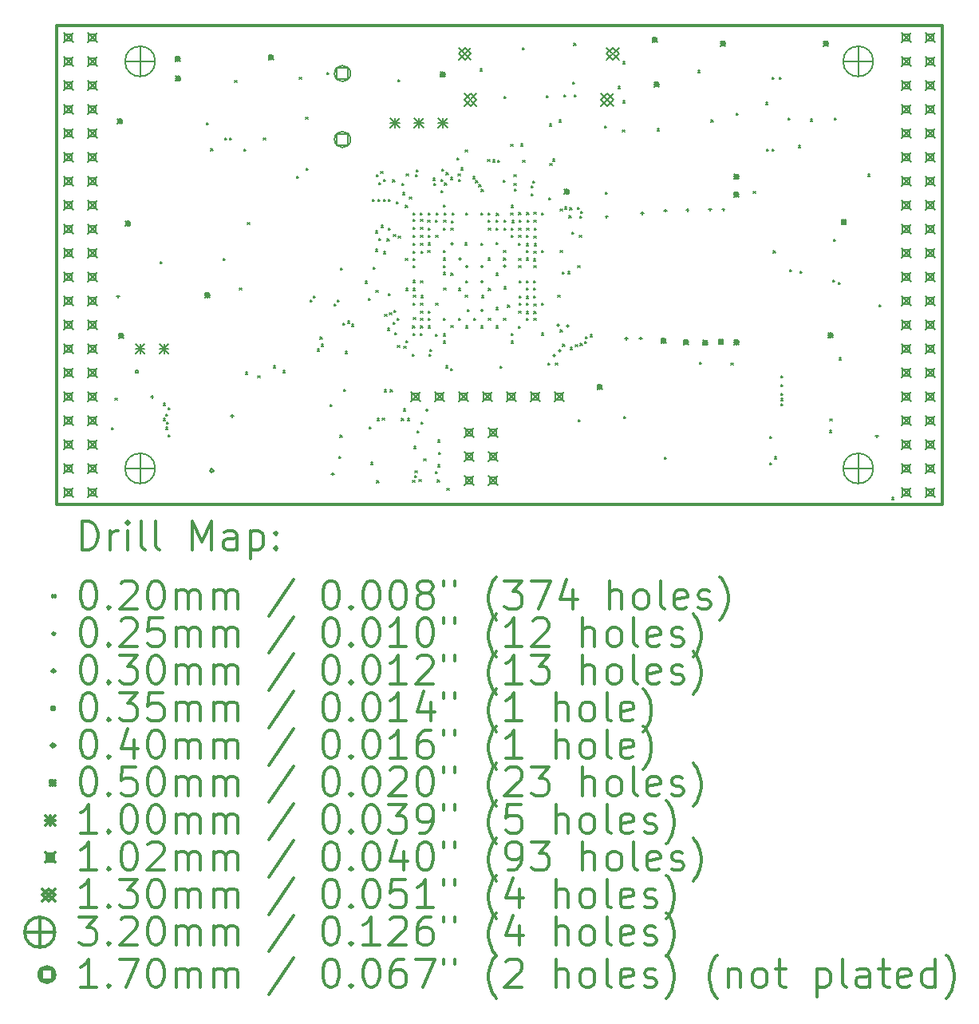
<source format=gbr>
%FSLAX45Y45*%
G04 Gerber Fmt 4.5, Leading zero omitted, Abs format (unit mm)*
G04 Created by KiCad (PCBNEW 5.0.0-rc2+dfsg1-3) date Wed Jun 27 20:22:48 2018*
%MOMM*%
%LPD*%
G01*
G04 APERTURE LIST*
%ADD10C,0.300000*%
%ADD11C,0.200000*%
G04 APERTURE END LIST*
D10*
X9410000Y-6142000D02*
X9410000Y-11222000D01*
X18808000Y-6142000D02*
X9410000Y-6142000D01*
X18808000Y-11222000D02*
X18808000Y-6142000D01*
X9410000Y-11222000D02*
X18808000Y-11222000D01*
D11*
X9998000Y-10410000D02*
X10018000Y-10430000D01*
X10018000Y-10410000D02*
X9998000Y-10430000D01*
X10035000Y-10094400D02*
X10055000Y-10114400D01*
X10055000Y-10094400D02*
X10035000Y-10114400D01*
X10514501Y-8649556D02*
X10534501Y-8669556D01*
X10534501Y-8649556D02*
X10514501Y-8669556D01*
X10545314Y-10310867D02*
X10565314Y-10330867D01*
X10565314Y-10310867D02*
X10545314Y-10330867D01*
X10547276Y-10151849D02*
X10567276Y-10171849D01*
X10567276Y-10151849D02*
X10547276Y-10171849D01*
X10574100Y-10266721D02*
X10594100Y-10286721D01*
X10594100Y-10266721D02*
X10574100Y-10286721D01*
X10574777Y-10403885D02*
X10594777Y-10423885D01*
X10594777Y-10403885D02*
X10574777Y-10423885D01*
X10579048Y-10351357D02*
X10599048Y-10371357D01*
X10599048Y-10351357D02*
X10579048Y-10371357D01*
X10597613Y-10199347D02*
X10617613Y-10219347D01*
X10617613Y-10199347D02*
X10597613Y-10219347D01*
X10598875Y-10487404D02*
X10618875Y-10507404D01*
X10618875Y-10487404D02*
X10598875Y-10507404D01*
X11001700Y-7175200D02*
X11021700Y-7195200D01*
X11021700Y-7175200D02*
X11001700Y-7195200D01*
X11049908Y-7448938D02*
X11069908Y-7468938D01*
X11069908Y-7448938D02*
X11049908Y-7468938D01*
X11179522Y-8615379D02*
X11199522Y-8635379D01*
X11199522Y-8615379D02*
X11179522Y-8635379D01*
X11197485Y-7337442D02*
X11217485Y-7357442D01*
X11217485Y-7337442D02*
X11197485Y-7357442D01*
X11251427Y-7337442D02*
X11271427Y-7357442D01*
X11271427Y-7337442D02*
X11251427Y-7357442D01*
X11305725Y-6724363D02*
X11325725Y-6744363D01*
X11325725Y-6724363D02*
X11305725Y-6744363D01*
X11356061Y-8927572D02*
X11376061Y-8947572D01*
X11376061Y-8927572D02*
X11356061Y-8947572D01*
X11400408Y-7451220D02*
X11420408Y-7471220D01*
X11420408Y-7451220D02*
X11400408Y-7471220D01*
X11418097Y-9819503D02*
X11438097Y-9839503D01*
X11438097Y-9819503D02*
X11418097Y-9839503D01*
X11441393Y-8230943D02*
X11461393Y-8250943D01*
X11461393Y-8230943D02*
X11441393Y-8250943D01*
X11549396Y-9856496D02*
X11569396Y-9876496D01*
X11569396Y-9856496D02*
X11549396Y-9876496D01*
X11609800Y-7337442D02*
X11629800Y-7357442D01*
X11629800Y-7337442D02*
X11609800Y-7357442D01*
X11712900Y-9753301D02*
X11732900Y-9773301D01*
X11732900Y-9753301D02*
X11712900Y-9773301D01*
X11814500Y-9804100D02*
X11834500Y-9824100D01*
X11834500Y-9804100D02*
X11814500Y-9824100D01*
X11959215Y-7739412D02*
X11979215Y-7759412D01*
X11979215Y-7739412D02*
X11959215Y-7759412D01*
X11990800Y-6690800D02*
X12010800Y-6710800D01*
X12010800Y-6690800D02*
X11990800Y-6710800D01*
X12056498Y-7112736D02*
X12076498Y-7132736D01*
X12076498Y-7112736D02*
X12056498Y-7132736D01*
X12063993Y-7659408D02*
X12083993Y-7679408D01*
X12083993Y-7659408D02*
X12063993Y-7679408D01*
X12106600Y-9054800D02*
X12126600Y-9074800D01*
X12126600Y-9054800D02*
X12106600Y-9074800D01*
X12139415Y-9013562D02*
X12159415Y-9033562D01*
X12159415Y-9013562D02*
X12139415Y-9033562D01*
X12182800Y-9575500D02*
X12202800Y-9595500D01*
X12202800Y-9575500D02*
X12182800Y-9595500D01*
X12210364Y-9448538D02*
X12230364Y-9468538D01*
X12230364Y-9448538D02*
X12210364Y-9468538D01*
X12220900Y-9524700D02*
X12240900Y-9544700D01*
X12240900Y-9524700D02*
X12220900Y-9544700D01*
X12282618Y-6643232D02*
X12302618Y-6663232D01*
X12302618Y-6643232D02*
X12282618Y-6663232D01*
X12317388Y-10161592D02*
X12337388Y-10181592D01*
X12337388Y-10161592D02*
X12317388Y-10181592D01*
X12360966Y-9096472D02*
X12380966Y-9116472D01*
X12380966Y-9096472D02*
X12360966Y-9116472D01*
X12391502Y-9053519D02*
X12411502Y-9073519D01*
X12411502Y-9053519D02*
X12391502Y-9073519D01*
X12410242Y-10710764D02*
X12430242Y-10730764D01*
X12430242Y-10710764D02*
X12410242Y-10730764D01*
X12422216Y-10490236D02*
X12442216Y-10510236D01*
X12442216Y-10490236D02*
X12422216Y-10510236D01*
X12426118Y-8717437D02*
X12446118Y-8737437D01*
X12446118Y-8717437D02*
X12426118Y-8737437D01*
X12426118Y-8717437D02*
X12446118Y-8737437D01*
X12446118Y-8717437D02*
X12426118Y-8737437D01*
X12453269Y-9302035D02*
X12473269Y-9322035D01*
X12473269Y-9302035D02*
X12453269Y-9322035D01*
X12460744Y-10002698D02*
X12480744Y-10022698D01*
X12480744Y-10002698D02*
X12460744Y-10022698D01*
X12474902Y-9600287D02*
X12494902Y-9620287D01*
X12494902Y-9600287D02*
X12474902Y-9620287D01*
X12501033Y-9279764D02*
X12521033Y-9299764D01*
X12521033Y-9279764D02*
X12501033Y-9299764D01*
X12542510Y-9313676D02*
X12562510Y-9333676D01*
X12562510Y-9313676D02*
X12542510Y-9333676D01*
X12687018Y-8855931D02*
X12707018Y-8875931D01*
X12707018Y-8855931D02*
X12687018Y-8875931D01*
X12720111Y-9035435D02*
X12740111Y-9055435D01*
X12740111Y-9035435D02*
X12720111Y-9055435D01*
X12731909Y-10397773D02*
X12751909Y-10417773D01*
X12751909Y-10397773D02*
X12731909Y-10417773D01*
X12748660Y-10777504D02*
X12768660Y-10797504D01*
X12768660Y-10777504D02*
X12748660Y-10797504D01*
X12764988Y-7989114D02*
X12784988Y-8009114D01*
X12784988Y-7989114D02*
X12764988Y-8009114D01*
X12771035Y-8708207D02*
X12791035Y-8728207D01*
X12791035Y-8708207D02*
X12771035Y-8728207D01*
X12796207Y-8322888D02*
X12816207Y-8342888D01*
X12816207Y-8322888D02*
X12796207Y-8342888D01*
X12799179Y-8517702D02*
X12819179Y-8537702D01*
X12819179Y-8517702D02*
X12799179Y-8537702D01*
X12803679Y-8951152D02*
X12823679Y-8971152D01*
X12823679Y-8951152D02*
X12803679Y-8971152D01*
X12805201Y-7723267D02*
X12825201Y-7743267D01*
X12825201Y-7723267D02*
X12805201Y-7743267D01*
X12811634Y-10971333D02*
X12831634Y-10991333D01*
X12831634Y-10971333D02*
X12811634Y-10991333D01*
X12814780Y-10310898D02*
X12834780Y-10330898D01*
X12834780Y-10310898D02*
X12814780Y-10330898D01*
X12822879Y-7985310D02*
X12842879Y-8005310D01*
X12842879Y-7985310D02*
X12822879Y-8005310D01*
X12834680Y-7807951D02*
X12854680Y-7827951D01*
X12854680Y-7807951D02*
X12834680Y-7827951D01*
X12835268Y-8401687D02*
X12855268Y-8421687D01*
X12855268Y-8401687D02*
X12835268Y-8421687D01*
X12854493Y-7691566D02*
X12874493Y-7711566D01*
X12874493Y-7691566D02*
X12854493Y-7711566D01*
X12859178Y-8263722D02*
X12879178Y-8283722D01*
X12879178Y-8263722D02*
X12859178Y-8283722D01*
X12870682Y-10308590D02*
X12890682Y-10328590D01*
X12890682Y-10308590D02*
X12870682Y-10328590D01*
X12880857Y-7988548D02*
X12900857Y-8008548D01*
X12900857Y-7988548D02*
X12880857Y-8008548D01*
X12881301Y-8540585D02*
X12901301Y-8560585D01*
X12901301Y-8540585D02*
X12881301Y-8560585D01*
X12886175Y-7777882D02*
X12906175Y-7797882D01*
X12906175Y-7777882D02*
X12886175Y-7797882D01*
X12890520Y-10007480D02*
X12910520Y-10027480D01*
X12910520Y-10007480D02*
X12890520Y-10027480D01*
X12895573Y-9206272D02*
X12915573Y-9226272D01*
X12915573Y-9206272D02*
X12895573Y-9226272D01*
X12920256Y-8405350D02*
X12940256Y-8425350D01*
X12940256Y-8405350D02*
X12920256Y-8425350D01*
X12926203Y-9354578D02*
X12946203Y-9374578D01*
X12946203Y-9354578D02*
X12926203Y-9374578D01*
X12933760Y-7984679D02*
X12953760Y-8004679D01*
X12953760Y-7984679D02*
X12933760Y-8004679D01*
X12934924Y-8983794D02*
X12954924Y-9003794D01*
X12954924Y-8983794D02*
X12934924Y-9003794D01*
X12935809Y-8290406D02*
X12955809Y-8310406D01*
X12955809Y-8290406D02*
X12935809Y-8310406D01*
X12946857Y-9190566D02*
X12966857Y-9210566D01*
X12966857Y-9190566D02*
X12946857Y-9210566D01*
X12956000Y-10005500D02*
X12976000Y-10025500D01*
X12976000Y-10005500D02*
X12956000Y-10025500D01*
X12982095Y-7781082D02*
X13002095Y-7801082D01*
X13002095Y-7781082D02*
X12982095Y-7801082D01*
X12987271Y-9293510D02*
X13007271Y-9313510D01*
X13007271Y-9293510D02*
X12987271Y-9313510D01*
X12989202Y-8359151D02*
X13009202Y-8379151D01*
X13009202Y-8359151D02*
X12989202Y-8379151D01*
X12991955Y-9163298D02*
X13011955Y-9183298D01*
X13011955Y-9163298D02*
X12991955Y-9183298D01*
X13002337Y-9402267D02*
X13022337Y-9422267D01*
X13022337Y-9402267D02*
X13002337Y-9422267D01*
X13017215Y-8013821D02*
X13037215Y-8033821D01*
X13037215Y-8013821D02*
X13017215Y-8033821D01*
X13028454Y-9248473D02*
X13048454Y-9268473D01*
X13048454Y-9248473D02*
X13028454Y-9268473D01*
X13032200Y-9535600D02*
X13052200Y-9555600D01*
X13052200Y-9535600D02*
X13032200Y-9555600D01*
X13033700Y-6718000D02*
X13053700Y-6738000D01*
X13053700Y-6718000D02*
X13033700Y-6738000D01*
X13038793Y-8376986D02*
X13058793Y-8396986D01*
X13058793Y-8376986D02*
X13038793Y-8396986D01*
X13073948Y-10310899D02*
X13093948Y-10330899D01*
X13093948Y-10310899D02*
X13073948Y-10330899D01*
X13077859Y-7815329D02*
X13097859Y-7835329D01*
X13097859Y-7815329D02*
X13077859Y-7835329D01*
X13085264Y-7914901D02*
X13105264Y-7934901D01*
X13105264Y-7914901D02*
X13085264Y-7934901D01*
X13093907Y-10208700D02*
X13113907Y-10228700D01*
X13113907Y-10208700D02*
X13093907Y-10228700D01*
X13098471Y-9546418D02*
X13118471Y-9566418D01*
X13118471Y-9546418D02*
X13098471Y-9566418D01*
X13116430Y-8612711D02*
X13136430Y-8632711D01*
X13136430Y-8612711D02*
X13116430Y-8632711D01*
X13116518Y-8052178D02*
X13136518Y-8072178D01*
X13136518Y-8052178D02*
X13116518Y-8072178D01*
X13117950Y-8930733D02*
X13137950Y-8950733D01*
X13137950Y-8930733D02*
X13117950Y-8950733D01*
X13121616Y-9485914D02*
X13141616Y-9505914D01*
X13141616Y-9485914D02*
X13121616Y-9505914D01*
X13125345Y-7716470D02*
X13145345Y-7736470D01*
X13145345Y-7716470D02*
X13125345Y-7736470D01*
X13135385Y-10310829D02*
X13155385Y-10330829D01*
X13155385Y-10310829D02*
X13135385Y-10330829D01*
X13157757Y-7959799D02*
X13177757Y-7979799D01*
X13177757Y-7959799D02*
X13157757Y-7979799D01*
X13188633Y-9630479D02*
X13208633Y-9650479D01*
X13208633Y-9630479D02*
X13188633Y-9650479D01*
X13192441Y-10966678D02*
X13212441Y-10986678D01*
X13212441Y-10966678D02*
X13192441Y-10986678D01*
X13193199Y-9330000D02*
X13213199Y-9350000D01*
X13213199Y-9330000D02*
X13193199Y-9350000D01*
X13197562Y-8931064D02*
X13217562Y-8951064D01*
X13217562Y-8931064D02*
X13197562Y-8951064D01*
X13197734Y-9090201D02*
X13217734Y-9110201D01*
X13217734Y-9090201D02*
X13197734Y-9110201D01*
X13197902Y-8284734D02*
X13217902Y-8304734D01*
X13217902Y-8284734D02*
X13197902Y-8304734D01*
X13197999Y-8200333D02*
X13217999Y-8220333D01*
X13217999Y-8200333D02*
X13197999Y-8220333D01*
X13198000Y-8690000D02*
X13218000Y-8710000D01*
X13218000Y-8690000D02*
X13198000Y-8710000D01*
X13198000Y-9410000D02*
X13218000Y-9430000D01*
X13218000Y-9410000D02*
X13198000Y-9430000D01*
X13198303Y-8616041D02*
X13218303Y-8636041D01*
X13218303Y-8616041D02*
X13198303Y-8636041D01*
X13198368Y-8369136D02*
X13218368Y-8389136D01*
X13218368Y-8369136D02*
X13198368Y-8389136D01*
X13198405Y-8845827D02*
X13218405Y-8865827D01*
X13218405Y-8845827D02*
X13198405Y-8865827D01*
X13198801Y-8130801D02*
X13218801Y-8150801D01*
X13218801Y-8130801D02*
X13198801Y-8150801D01*
X13198979Y-8537938D02*
X13218979Y-8557938D01*
X13218979Y-8537938D02*
X13198979Y-8557938D01*
X13199289Y-8453537D02*
X13219289Y-8473537D01*
X13219289Y-8453537D02*
X13199289Y-8473537D01*
X13200000Y-9005799D02*
X13220000Y-9025799D01*
X13220000Y-9005799D02*
X13200000Y-9025799D01*
X13201075Y-9242748D02*
X13221075Y-9262748D01*
X13221075Y-9242748D02*
X13201075Y-9262748D01*
X13206286Y-10608587D02*
X13226286Y-10628587D01*
X13226286Y-10608587D02*
X13206286Y-10628587D01*
X13211973Y-10917729D02*
X13231973Y-10937729D01*
X13231973Y-10917729D02*
X13211973Y-10937729D01*
X13218587Y-10865445D02*
X13238587Y-10885445D01*
X13238587Y-10865445D02*
X13218587Y-10885445D01*
X13220903Y-7724256D02*
X13240903Y-7744256D01*
X13240903Y-7724256D02*
X13220903Y-7744256D01*
X13232873Y-7672932D02*
X13252873Y-7692932D01*
X13252873Y-7672932D02*
X13232873Y-7692932D01*
X13236800Y-10440341D02*
X13256800Y-10460341D01*
X13256800Y-10440341D02*
X13236800Y-10460341D01*
X13260800Y-10958000D02*
X13280800Y-10978000D01*
X13280800Y-10958000D02*
X13260800Y-10978000D01*
X13272048Y-8130098D02*
X13292048Y-8150098D01*
X13292048Y-8130098D02*
X13272048Y-8150098D01*
X13274623Y-9409707D02*
X13294623Y-9429707D01*
X13294623Y-9409707D02*
X13274623Y-9429707D01*
X13277261Y-8284735D02*
X13297261Y-8304735D01*
X13297261Y-8284735D02*
X13277261Y-8304735D01*
X13278000Y-8200334D02*
X13298000Y-8220334D01*
X13298000Y-8200334D02*
X13278000Y-8220334D01*
X13278000Y-8850000D02*
X13298000Y-8870000D01*
X13298000Y-8850000D02*
X13278000Y-8870000D01*
X13278000Y-9090000D02*
X13298000Y-9110000D01*
X13298000Y-9090000D02*
X13278000Y-9110000D01*
X13278000Y-9170000D02*
X13298000Y-9190000D01*
X13298000Y-9170000D02*
X13278000Y-9190000D01*
X13278000Y-9250000D02*
X13298000Y-9270000D01*
X13298000Y-9250000D02*
X13278000Y-9270000D01*
X13278000Y-9330000D02*
X13298000Y-9350000D01*
X13298000Y-9330000D02*
X13278000Y-9350000D01*
X13278175Y-8369136D02*
X13298175Y-8389136D01*
X13298175Y-8369136D02*
X13278175Y-8389136D01*
X13278218Y-8453537D02*
X13298218Y-8473537D01*
X13298218Y-8453537D02*
X13278218Y-8473537D01*
X13279688Y-8536938D02*
X13299688Y-8556938D01*
X13299688Y-8536938D02*
X13279688Y-8556938D01*
X13280000Y-9008000D02*
X13300000Y-9028000D01*
X13300000Y-9008000D02*
X13280000Y-9028000D01*
X13282849Y-10350134D02*
X13302849Y-10370134D01*
X13302849Y-10350134D02*
X13282849Y-10370134D01*
X13311600Y-10736500D02*
X13331600Y-10756500D01*
X13331600Y-10736500D02*
X13311600Y-10756500D01*
X13352314Y-8526642D02*
X13372314Y-8546642D01*
X13372314Y-8526642D02*
X13352314Y-8546642D01*
X13354839Y-8209060D02*
X13374839Y-8229060D01*
X13374839Y-8209060D02*
X13354839Y-8229060D01*
X13356449Y-8131468D02*
X13376449Y-8151468D01*
X13376449Y-8131468D02*
X13356449Y-8151468D01*
X13357194Y-8449520D02*
X13377194Y-8469520D01*
X13377194Y-8449520D02*
X13357194Y-8469520D01*
X13358000Y-8290000D02*
X13378000Y-8310000D01*
X13378000Y-8290000D02*
X13358000Y-8310000D01*
X13358000Y-8370000D02*
X13378000Y-8390000D01*
X13378000Y-8370000D02*
X13358000Y-8390000D01*
X13358000Y-9170000D02*
X13378000Y-9190000D01*
X13378000Y-9170000D02*
X13358000Y-9190000D01*
X13358000Y-9250000D02*
X13378000Y-9270000D01*
X13378000Y-9250000D02*
X13358000Y-9270000D01*
X13358548Y-9330230D02*
X13378548Y-9350230D01*
X13378548Y-9330230D02*
X13358548Y-9350230D01*
X13366285Y-9629515D02*
X13386285Y-9649515D01*
X13386285Y-9629515D02*
X13366285Y-9649515D01*
X13375239Y-9577580D02*
X13395239Y-9597580D01*
X13395239Y-9577580D02*
X13375239Y-9597580D01*
X13407730Y-7762109D02*
X13427730Y-7782109D01*
X13427730Y-7762109D02*
X13407730Y-7782109D01*
X13415018Y-7815381D02*
X13435018Y-7835381D01*
X13435018Y-7815381D02*
X13415018Y-7835381D01*
X13433398Y-8208015D02*
X13453398Y-8228015D01*
X13453398Y-8208015D02*
X13433398Y-8228015D01*
X13435582Y-9416717D02*
X13455582Y-9436717D01*
X13455582Y-9416717D02*
X13435582Y-9436717D01*
X13436400Y-10874197D02*
X13456400Y-10894197D01*
X13456400Y-10874197D02*
X13436400Y-10894197D01*
X13438000Y-8370000D02*
X13458000Y-8390000D01*
X13458000Y-8370000D02*
X13438000Y-8390000D01*
X13438000Y-9090000D02*
X13458000Y-9110000D01*
X13458000Y-9090000D02*
X13438000Y-9110000D01*
X13440850Y-8130675D02*
X13460850Y-8150675D01*
X13460850Y-8130675D02*
X13440850Y-8150675D01*
X13453687Y-10961995D02*
X13473687Y-10981995D01*
X13473687Y-10961995D02*
X13453687Y-10981995D01*
X13457587Y-10803159D02*
X13477587Y-10823159D01*
X13477587Y-10803159D02*
X13457587Y-10823159D01*
X13460735Y-10540845D02*
X13480735Y-10560845D01*
X13480735Y-10540845D02*
X13460735Y-10560845D01*
X13465065Y-10671051D02*
X13485065Y-10691051D01*
X13485065Y-10671051D02*
X13465065Y-10691051D01*
X13492132Y-7892495D02*
X13512132Y-7912495D01*
X13512132Y-7892495D02*
X13492132Y-7912495D01*
X13493478Y-7773120D02*
X13513478Y-7793120D01*
X13513478Y-7773120D02*
X13493478Y-7793120D01*
X13502968Y-7663013D02*
X13522968Y-7683013D01*
X13522968Y-7663013D02*
X13502968Y-7683013D01*
X13516300Y-8762700D02*
X13536300Y-8782700D01*
X13536300Y-8762700D02*
X13516300Y-8782700D01*
X13518000Y-8292201D02*
X13538000Y-8312201D01*
X13538000Y-8292201D02*
X13518000Y-8312201D01*
X13518000Y-8530000D02*
X13538000Y-8550000D01*
X13538000Y-8530000D02*
X13518000Y-8550000D01*
X13518000Y-8610000D02*
X13538000Y-8630000D01*
X13538000Y-8610000D02*
X13518000Y-8630000D01*
X13518000Y-8690000D02*
X13538000Y-8710000D01*
X13538000Y-8690000D02*
X13518000Y-8710000D01*
X13518000Y-9250000D02*
X13538000Y-9270000D01*
X13538000Y-9250000D02*
X13518000Y-9270000D01*
X13518128Y-8048312D02*
X13538128Y-8068312D01*
X13538128Y-8048312D02*
X13518128Y-8068312D01*
X13518463Y-9488530D02*
X13538463Y-9508530D01*
X13538463Y-9488530D02*
X13518463Y-9508530D01*
X13518862Y-9412562D02*
X13538862Y-9432562D01*
X13538862Y-9412562D02*
X13518862Y-9432562D01*
X13521538Y-8209385D02*
X13541538Y-8229385D01*
X13541538Y-8209385D02*
X13521538Y-8229385D01*
X13524276Y-8928163D02*
X13544276Y-8948163D01*
X13544276Y-8928163D02*
X13524276Y-8948163D01*
X13525957Y-8129544D02*
X13545957Y-8149544D01*
X13545957Y-8129544D02*
X13525957Y-8149544D01*
X13531439Y-7812965D02*
X13551439Y-7832965D01*
X13551439Y-7812965D02*
X13531439Y-7832965D01*
X13541700Y-9753300D02*
X13561700Y-9773300D01*
X13561700Y-9753300D02*
X13541700Y-9773300D01*
X13548770Y-7704070D02*
X13568770Y-7724070D01*
X13568770Y-7704070D02*
X13548770Y-7724070D01*
X13555656Y-11051071D02*
X13575656Y-11071071D01*
X13575656Y-11051071D02*
X13555656Y-11071071D01*
X13594882Y-7754550D02*
X13614882Y-7774550D01*
X13614882Y-7754550D02*
X13594882Y-7774550D01*
X13595027Y-9781423D02*
X13615027Y-9801423D01*
X13615027Y-9781423D02*
X13595027Y-9801423D01*
X13598000Y-8290000D02*
X13618000Y-8310000D01*
X13618000Y-8290000D02*
X13598000Y-8310000D01*
X13598000Y-8770000D02*
X13618000Y-8790000D01*
X13618000Y-8770000D02*
X13598000Y-8790000D01*
X13599596Y-9326965D02*
X13619596Y-9346965D01*
X13619596Y-9326965D02*
X13599596Y-9346965D01*
X13602455Y-8216004D02*
X13622455Y-8236004D01*
X13622455Y-8216004D02*
X13602455Y-8236004D01*
X13613334Y-8133723D02*
X13633334Y-8153723D01*
X13633334Y-8133723D02*
X13613334Y-8153723D01*
X13664259Y-7547941D02*
X13684259Y-7567941D01*
X13684259Y-7547941D02*
X13664259Y-7567941D01*
X13676320Y-7718760D02*
X13696320Y-7738760D01*
X13696320Y-7718760D02*
X13676320Y-7738760D01*
X13678000Y-8930000D02*
X13698000Y-8950000D01*
X13698000Y-8930000D02*
X13678000Y-8950000D01*
X13678000Y-9250000D02*
X13698000Y-9270000D01*
X13698000Y-9250000D02*
X13678000Y-9270000D01*
X13679461Y-7776107D02*
X13699461Y-7796107D01*
X13699461Y-7776107D02*
X13679461Y-7796107D01*
X13707437Y-7652487D02*
X13727437Y-7672487D01*
X13727437Y-7652487D02*
X13707437Y-7672487D01*
X13745078Y-8447729D02*
X13765078Y-8467729D01*
X13765078Y-8447729D02*
X13745078Y-8467729D01*
X13752489Y-9002290D02*
X13772489Y-9022290D01*
X13772489Y-9002290D02*
X13752489Y-9022290D01*
X13752520Y-7459680D02*
X13772520Y-7479680D01*
X13772520Y-7459680D02*
X13752520Y-7479680D01*
X13758000Y-8130000D02*
X13778000Y-8150000D01*
X13778000Y-8130000D02*
X13758000Y-8150000D01*
X13758000Y-8850000D02*
X13778000Y-8870000D01*
X13778000Y-8850000D02*
X13758000Y-8870000D01*
X13758000Y-9330000D02*
X13778000Y-9350000D01*
X13778000Y-9330000D02*
X13758000Y-9350000D01*
X13770300Y-9156400D02*
X13790300Y-9176400D01*
X13790300Y-9156400D02*
X13770300Y-9176400D01*
X13830592Y-7745154D02*
X13850592Y-7765154D01*
X13850592Y-7745154D02*
X13830592Y-7765154D01*
X13838000Y-9250000D02*
X13858000Y-9270000D01*
X13858000Y-9250000D02*
X13838000Y-9270000D01*
X13862293Y-7788159D02*
X13882293Y-7808159D01*
X13882293Y-7788159D02*
X13862293Y-7808159D01*
X13893994Y-7831909D02*
X13913994Y-7851909D01*
X13913994Y-7831909D02*
X13893994Y-7851909D01*
X13910000Y-6603700D02*
X13930000Y-6623700D01*
X13930000Y-6603700D02*
X13910000Y-6623700D01*
X13917252Y-8451135D02*
X13937252Y-8471135D01*
X13937252Y-8451135D02*
X13917252Y-8471135D01*
X13918000Y-8130000D02*
X13938000Y-8150000D01*
X13938000Y-8130000D02*
X13918000Y-8150000D01*
X13918000Y-9330000D02*
X13938000Y-9350000D01*
X13938000Y-9330000D02*
X13918000Y-9350000D01*
X13921466Y-7881869D02*
X13941466Y-7901869D01*
X13941466Y-7881869D02*
X13921466Y-7901869D01*
X13922232Y-9006404D02*
X13942232Y-9026404D01*
X13942232Y-9006404D02*
X13922232Y-9026404D01*
X13989274Y-7564800D02*
X14009274Y-7584800D01*
X14009274Y-7564800D02*
X13989274Y-7584800D01*
X13991460Y-8609297D02*
X14011460Y-8629297D01*
X14011460Y-8609297D02*
X13991460Y-8629297D01*
X13992898Y-8130000D02*
X14012898Y-8150000D01*
X14012898Y-8130000D02*
X13992898Y-8150000D01*
X13992898Y-8210000D02*
X14012898Y-8230000D01*
X14012898Y-8210000D02*
X13992898Y-8230000D01*
X13996000Y-8292000D02*
X14016000Y-8312000D01*
X14016000Y-8292000D02*
X13996000Y-8312000D01*
X13998000Y-8930000D02*
X14018000Y-8950000D01*
X14018000Y-8930000D02*
X13998000Y-8950000D01*
X13998000Y-9250000D02*
X14018000Y-9270000D01*
X14018000Y-9250000D02*
X13998000Y-9270000D01*
X14041773Y-7569399D02*
X14061773Y-7589399D01*
X14061773Y-7569399D02*
X14041773Y-7589399D01*
X14076133Y-8294127D02*
X14096133Y-8314127D01*
X14096133Y-8294127D02*
X14076133Y-8314127D01*
X14077299Y-8207716D02*
X14097299Y-8227716D01*
X14097299Y-8207716D02*
X14077299Y-8227716D01*
X14077419Y-9133335D02*
X14097419Y-9153335D01*
X14097419Y-9133335D02*
X14077419Y-9153335D01*
X14077693Y-8445254D02*
X14097693Y-8465254D01*
X14097693Y-8445254D02*
X14077693Y-8465254D01*
X14078000Y-9330000D02*
X14098000Y-9350000D01*
X14098000Y-9330000D02*
X14078000Y-9350000D01*
X14079623Y-8771623D02*
X14099623Y-8791623D01*
X14099623Y-8771623D02*
X14079623Y-8791623D01*
X14082264Y-8134744D02*
X14102264Y-8154744D01*
X14102264Y-8134744D02*
X14082264Y-8154744D01*
X14094211Y-7574661D02*
X14114211Y-7594661D01*
X14114211Y-7574661D02*
X14094211Y-7594661D01*
X14118066Y-9754201D02*
X14138066Y-9774201D01*
X14138066Y-9754201D02*
X14118066Y-9774201D01*
X14152481Y-7781450D02*
X14172481Y-7801450D01*
X14172481Y-7781450D02*
X14152481Y-7801450D01*
X14158000Y-8530000D02*
X14178000Y-8550000D01*
X14178000Y-8530000D02*
X14158000Y-8550000D01*
X14158000Y-8610000D02*
X14178000Y-8630000D01*
X14178000Y-8610000D02*
X14158000Y-8630000D01*
X14158000Y-9250000D02*
X14178000Y-9270000D01*
X14178000Y-9250000D02*
X14158000Y-9270000D01*
X14162701Y-8209494D02*
X14182701Y-8229494D01*
X14182701Y-8209494D02*
X14162701Y-8229494D01*
X14162701Y-8289887D02*
X14182701Y-8309887D01*
X14182701Y-8289887D02*
X14162701Y-8309887D01*
X14164000Y-8915099D02*
X14184000Y-8935099D01*
X14184000Y-8915099D02*
X14164000Y-8935099D01*
X14164285Y-6893836D02*
X14184285Y-6913836D01*
X14184285Y-6893836D02*
X14164285Y-6913836D01*
X14200722Y-9110102D02*
X14220722Y-9130102D01*
X14220722Y-9110102D02*
X14200722Y-9130102D01*
X14233699Y-7403800D02*
X14253699Y-7423800D01*
X14253699Y-7403800D02*
X14233699Y-7423800D01*
X14235032Y-8132000D02*
X14255032Y-8152000D01*
X14255032Y-8132000D02*
X14235032Y-8152000D01*
X14236000Y-8052000D02*
X14256000Y-8072000D01*
X14256000Y-8052000D02*
X14236000Y-8072000D01*
X14236000Y-8292000D02*
X14256000Y-8312000D01*
X14256000Y-8292000D02*
X14236000Y-8312000D01*
X14238000Y-8370000D02*
X14258000Y-8390000D01*
X14258000Y-8370000D02*
X14238000Y-8390000D01*
X14238000Y-9410000D02*
X14258000Y-9430000D01*
X14258000Y-9410000D02*
X14238000Y-9430000D01*
X14238000Y-9490000D02*
X14258000Y-9510000D01*
X14258000Y-9490000D02*
X14238000Y-9510000D01*
X14247102Y-8210435D02*
X14267102Y-8230435D01*
X14267102Y-8210435D02*
X14247102Y-8230435D01*
X14268441Y-7818307D02*
X14288441Y-7838307D01*
X14288441Y-7818307D02*
X14268441Y-7838307D01*
X14268583Y-7724192D02*
X14288583Y-7744192D01*
X14288583Y-7724192D02*
X14268583Y-7744192D01*
X14271130Y-7874603D02*
X14291130Y-7894603D01*
X14291130Y-7874603D02*
X14271130Y-7894603D01*
X14316000Y-8452000D02*
X14336000Y-8472000D01*
X14336000Y-8452000D02*
X14316000Y-8472000D01*
X14316969Y-9331491D02*
X14336969Y-9351491D01*
X14336969Y-9331491D02*
X14316969Y-9351491D01*
X14318000Y-8370000D02*
X14338000Y-8390000D01*
X14338000Y-8370000D02*
X14318000Y-8390000D01*
X14318000Y-8690000D02*
X14338000Y-8710000D01*
X14338000Y-8690000D02*
X14318000Y-8710000D01*
X14318000Y-9170000D02*
X14338000Y-9190000D01*
X14338000Y-9170000D02*
X14318000Y-9190000D01*
X14318740Y-8294201D02*
X14338740Y-8314201D01*
X14338740Y-8294201D02*
X14318740Y-8314201D01*
X14319433Y-8127729D02*
X14339433Y-8147729D01*
X14339433Y-8127729D02*
X14319433Y-8147729D01*
X14320000Y-8612000D02*
X14340000Y-8632000D01*
X14340000Y-8612000D02*
X14320000Y-8632000D01*
X14322201Y-8849503D02*
X14342201Y-8869503D01*
X14342201Y-8849503D02*
X14322201Y-8869503D01*
X14322201Y-9010195D02*
X14342201Y-9030195D01*
X14342201Y-9010195D02*
X14322201Y-9030195D01*
X14322201Y-9090066D02*
X14342201Y-9110066D01*
X14342201Y-9090066D02*
X14322201Y-9110066D01*
X14323265Y-8209799D02*
X14343265Y-8229799D01*
X14343265Y-8209799D02*
X14323265Y-8229799D01*
X14341800Y-7397450D02*
X14361800Y-7417450D01*
X14361800Y-7397450D02*
X14341800Y-7417450D01*
X14355067Y-6376252D02*
X14375067Y-6396252D01*
X14375067Y-6376252D02*
X14355067Y-6396252D01*
X14360888Y-7571730D02*
X14380888Y-7591730D01*
X14380888Y-7571730D02*
X14360888Y-7591730D01*
X14396483Y-9177765D02*
X14416483Y-9197765D01*
X14416483Y-9177765D02*
X14396483Y-9197765D01*
X14397624Y-8929530D02*
X14417624Y-8949530D01*
X14417624Y-8929530D02*
X14397624Y-8949530D01*
X14397701Y-9016697D02*
X14417701Y-9036697D01*
X14417701Y-9016697D02*
X14397701Y-9036697D01*
X14398000Y-8610000D02*
X14418000Y-8630000D01*
X14418000Y-8610000D02*
X14398000Y-8630000D01*
X14398000Y-9085650D02*
X14418000Y-9105650D01*
X14418000Y-9085650D02*
X14398000Y-9105650D01*
X14398283Y-8848451D02*
X14418283Y-8868451D01*
X14418283Y-8848451D02*
X14398283Y-8868451D01*
X14400201Y-8529722D02*
X14420201Y-8549722D01*
X14420201Y-8529722D02*
X14400201Y-8549722D01*
X14400319Y-8367799D02*
X14420319Y-8387799D01*
X14420319Y-8367799D02*
X14400319Y-8387799D01*
X14400350Y-8456040D02*
X14420350Y-8476040D01*
X14420350Y-8456040D02*
X14400350Y-8476040D01*
X14401325Y-9248876D02*
X14421325Y-9268876D01*
X14421325Y-9248876D02*
X14401325Y-9268876D01*
X14403141Y-8290000D02*
X14423141Y-8310000D01*
X14423141Y-8290000D02*
X14403141Y-8310000D01*
X14403835Y-8128377D02*
X14423835Y-8148377D01*
X14423835Y-8128377D02*
X14403835Y-8148377D01*
X14407666Y-8210000D02*
X14427666Y-8230000D01*
X14427666Y-8210000D02*
X14407666Y-8230000D01*
X14450634Y-7841735D02*
X14470634Y-7861735D01*
X14470634Y-7841735D02*
X14450634Y-7861735D01*
X14450634Y-7926136D02*
X14470634Y-7946136D01*
X14470634Y-7926136D02*
X14450634Y-7946136D01*
X14469153Y-7792394D02*
X14489153Y-7812394D01*
X14489153Y-7792394D02*
X14469153Y-7812394D01*
X14475676Y-8924990D02*
X14495676Y-8944990D01*
X14495676Y-8924990D02*
X14475676Y-8944990D01*
X14476724Y-9009392D02*
X14496724Y-9029392D01*
X14496724Y-9009392D02*
X14476724Y-9029392D01*
X14477515Y-8619275D02*
X14497515Y-8639275D01*
X14497515Y-8619275D02*
X14477515Y-8639275D01*
X14477765Y-8852201D02*
X14497765Y-8872201D01*
X14497765Y-8852201D02*
X14477765Y-8872201D01*
X14478235Y-9247799D02*
X14498235Y-9267799D01*
X14498235Y-9247799D02*
X14478235Y-9267799D01*
X14478778Y-8123192D02*
X14498778Y-8143192D01*
X14498778Y-8123192D02*
X14478778Y-8143192D01*
X14478812Y-8207593D02*
X14498812Y-8227593D01*
X14498812Y-8207593D02*
X14478812Y-8227593D01*
X14478935Y-8534874D02*
X14498935Y-8554874D01*
X14498935Y-8534874D02*
X14478935Y-8554874D01*
X14479160Y-9178194D02*
X14499160Y-9198194D01*
X14499160Y-9178194D02*
X14479160Y-9198194D01*
X14479432Y-8687756D02*
X14499432Y-8707756D01*
X14499432Y-8687756D02*
X14479432Y-8707756D01*
X14479670Y-8376395D02*
X14499670Y-8396395D01*
X14499670Y-8376395D02*
X14479670Y-8396395D01*
X14480294Y-9093793D02*
X14500294Y-9113793D01*
X14500294Y-9093793D02*
X14480294Y-9113793D01*
X14481241Y-8455796D02*
X14501241Y-8475796D01*
X14501241Y-8455796D02*
X14481241Y-8475796D01*
X14481689Y-8291994D02*
X14501689Y-8311994D01*
X14501689Y-8291994D02*
X14481689Y-8311994D01*
X14557281Y-8529606D02*
X14577281Y-8549606D01*
X14577281Y-8529606D02*
X14557281Y-8549606D01*
X14558000Y-8130512D02*
X14578000Y-8150512D01*
X14578000Y-8130512D02*
X14558000Y-8150512D01*
X14558739Y-9089665D02*
X14578739Y-9109665D01*
X14578739Y-9089665D02*
X14558739Y-9109665D01*
X14559124Y-9406675D02*
X14579124Y-9426675D01*
X14579124Y-9406675D02*
X14559124Y-9426675D01*
X14613342Y-6884608D02*
X14633342Y-6904608D01*
X14633342Y-6884608D02*
X14613342Y-6904608D01*
X14629479Y-9723392D02*
X14649479Y-9743392D01*
X14649479Y-9723392D02*
X14629479Y-9743392D01*
X14638141Y-7971938D02*
X14658141Y-7991938D01*
X14658141Y-7971938D02*
X14638141Y-7991938D01*
X14646600Y-7187900D02*
X14666600Y-7207900D01*
X14666600Y-7187900D02*
X14646600Y-7207900D01*
X14648744Y-7607406D02*
X14668744Y-7627406D01*
X14668744Y-7607406D02*
X14648744Y-7627406D01*
X14680980Y-7560789D02*
X14700980Y-7580789D01*
X14700980Y-7560789D02*
X14680980Y-7580789D01*
X14707598Y-9723392D02*
X14727598Y-9743392D01*
X14727598Y-9723392D02*
X14707598Y-9743392D01*
X14733095Y-9001248D02*
X14753095Y-9021248D01*
X14753095Y-9001248D02*
X14733095Y-9021248D01*
X14748200Y-7143450D02*
X14768200Y-7163450D01*
X14768200Y-7143450D02*
X14748200Y-7163450D01*
X14758739Y-8527409D02*
X14778739Y-8547409D01*
X14778739Y-8527409D02*
X14758739Y-8547409D01*
X14758831Y-8088311D02*
X14778831Y-8108311D01*
X14778831Y-8088311D02*
X14758831Y-8108311D01*
X14760000Y-9372000D02*
X14780000Y-9392000D01*
X14780000Y-9372000D02*
X14760000Y-9392000D01*
X14781079Y-8758342D02*
X14801079Y-8778342D01*
X14801079Y-8758342D02*
X14781079Y-8778342D01*
X14782886Y-9523902D02*
X14802886Y-9543902D01*
X14802886Y-9523902D02*
X14782886Y-9543902D01*
X14799000Y-6876750D02*
X14819000Y-6896750D01*
X14819000Y-6876750D02*
X14799000Y-6896750D01*
X14807525Y-8068155D02*
X14827525Y-8088155D01*
X14827525Y-8068155D02*
X14807525Y-8088155D01*
X14838354Y-8752346D02*
X14858354Y-8772346D01*
X14858354Y-8752346D02*
X14838354Y-8772346D01*
X14851066Y-8160586D02*
X14871066Y-8180586D01*
X14871066Y-8160586D02*
X14851066Y-8180586D01*
X14859611Y-8076185D02*
X14879611Y-8096185D01*
X14879611Y-8076185D02*
X14859611Y-8096185D01*
X14864798Y-9556963D02*
X14884798Y-9576963D01*
X14884798Y-9556963D02*
X14864798Y-9576963D01*
X14882151Y-8334201D02*
X14902151Y-8354201D01*
X14902151Y-8334201D02*
X14882151Y-8354201D01*
X14887900Y-6742997D02*
X14907900Y-6762997D01*
X14907900Y-6742997D02*
X14887900Y-6762997D01*
X14903412Y-6332405D02*
X14923412Y-6352405D01*
X14923412Y-6332405D02*
X14903412Y-6352405D01*
X14906950Y-6876750D02*
X14926950Y-6896750D01*
X14926950Y-6876750D02*
X14906950Y-6896750D01*
X14918439Y-9527799D02*
X14938439Y-9547799D01*
X14938439Y-9527799D02*
X14918439Y-9547799D01*
X14942722Y-8073801D02*
X14962722Y-8093801D01*
X14962722Y-8073801D02*
X14942722Y-8093801D01*
X14945314Y-8688944D02*
X14965314Y-8708944D01*
X14965314Y-8688944D02*
X14945314Y-8708944D01*
X14947728Y-10322085D02*
X14967728Y-10342085D01*
X14967728Y-10322085D02*
X14947728Y-10342085D01*
X14963249Y-8370769D02*
X14983249Y-8390769D01*
X14983249Y-8370769D02*
X14963249Y-8390769D01*
X14968729Y-8167499D02*
X14988729Y-8187499D01*
X14988729Y-8167499D02*
X14968729Y-8187499D01*
X14969589Y-9515108D02*
X14989589Y-9535108D01*
X14989589Y-9515108D02*
X14969589Y-9535108D01*
X14975319Y-8115211D02*
X14995319Y-8135211D01*
X14995319Y-8115211D02*
X14975319Y-8135211D01*
X15017890Y-9494025D02*
X15037890Y-9514025D01*
X15037890Y-9494025D02*
X15017890Y-9514025D01*
X15024597Y-9441753D02*
X15044597Y-9461753D01*
X15044597Y-9441753D02*
X15024597Y-9461753D01*
X15078921Y-9423257D02*
X15098921Y-9443257D01*
X15098921Y-9423257D02*
X15078921Y-9443257D01*
X15230800Y-7206950D02*
X15250800Y-7226950D01*
X15250800Y-7206950D02*
X15230800Y-7226950D01*
X15239707Y-7909347D02*
X15259707Y-7929347D01*
X15259707Y-7909347D02*
X15239707Y-7929347D01*
X15370500Y-6789627D02*
X15390500Y-6809627D01*
X15390500Y-6789627D02*
X15370500Y-6809627D01*
X15419800Y-7249600D02*
X15439800Y-7269600D01*
X15439800Y-7249600D02*
X15419800Y-7269600D01*
X15421300Y-6527500D02*
X15441300Y-6547500D01*
X15441300Y-6527500D02*
X15421300Y-6547500D01*
X15421300Y-6940250D02*
X15441300Y-6960250D01*
X15441300Y-6940250D02*
X15421300Y-6960250D01*
X15432558Y-10288777D02*
X15452558Y-10308777D01*
X15452558Y-10288777D02*
X15432558Y-10308777D01*
X15789600Y-7238700D02*
X15809600Y-7258700D01*
X15809600Y-7238700D02*
X15789600Y-7258700D01*
X15861665Y-10722518D02*
X15881665Y-10742518D01*
X15881665Y-10722518D02*
X15861665Y-10742518D01*
X16217147Y-6618496D02*
X16237147Y-6638496D01*
X16237147Y-6618496D02*
X16217147Y-6638496D01*
X16234100Y-9717000D02*
X16254100Y-9737000D01*
X16254100Y-9717000D02*
X16234100Y-9737000D01*
X16360322Y-7144216D02*
X16380322Y-7164216D01*
X16380322Y-7144216D02*
X16360322Y-7164216D01*
X16570337Y-9724488D02*
X16590337Y-9744488D01*
X16590337Y-9724488D02*
X16570337Y-9744488D01*
X16625348Y-7073546D02*
X16645348Y-7093546D01*
X16645348Y-7073546D02*
X16625348Y-7093546D01*
X16806644Y-7900804D02*
X16826644Y-7920804D01*
X16826644Y-7900804D02*
X16806644Y-7920804D01*
X16941704Y-6958649D02*
X16961704Y-6978649D01*
X16961704Y-6958649D02*
X16941704Y-6978649D01*
X16945300Y-7454600D02*
X16965300Y-7474600D01*
X16965300Y-7454600D02*
X16945300Y-7474600D01*
X16983400Y-10502600D02*
X17003400Y-10522600D01*
X17003400Y-10502600D02*
X16983400Y-10522600D01*
X16983400Y-10782000D02*
X17003400Y-10802000D01*
X17003400Y-10782000D02*
X16983400Y-10802000D01*
X17008800Y-6692600D02*
X17028800Y-6712600D01*
X17028800Y-6692600D02*
X17008800Y-6712600D01*
X17008800Y-7454600D02*
X17028800Y-7474600D01*
X17028800Y-7454600D02*
X17008800Y-7474600D01*
X17020954Y-8534153D02*
X17040954Y-8554153D01*
X17040954Y-8534153D02*
X17020954Y-8554153D01*
X17031101Y-10718620D02*
X17051101Y-10738620D01*
X17051101Y-10718620D02*
X17031101Y-10738620D01*
X17085000Y-6692600D02*
X17105000Y-6712600D01*
X17105000Y-6692600D02*
X17085000Y-6712600D01*
X17098912Y-9856600D02*
X17118912Y-9876600D01*
X17118912Y-9856600D02*
X17098912Y-9876600D01*
X17098912Y-9951966D02*
X17118912Y-9971966D01*
X17118912Y-9951966D02*
X17098912Y-9971966D01*
X17098912Y-10045982D02*
X17118912Y-10065982D01*
X17118912Y-10045982D02*
X17098912Y-10065982D01*
X17098912Y-10098683D02*
X17118912Y-10118683D01*
X17118912Y-10098683D02*
X17098912Y-10118683D01*
X17098912Y-10155324D02*
X17118912Y-10175324D01*
X17118912Y-10155324D02*
X17098912Y-10175324D01*
X17173900Y-7124400D02*
X17193900Y-7144400D01*
X17193900Y-7124400D02*
X17173900Y-7144400D01*
X17194707Y-8733845D02*
X17214707Y-8753845D01*
X17214707Y-8733845D02*
X17194707Y-8753845D01*
X17288200Y-7416500D02*
X17308200Y-7436500D01*
X17308200Y-7416500D02*
X17288200Y-7436500D01*
X17303795Y-8749428D02*
X17323795Y-8769428D01*
X17323795Y-8749428D02*
X17303795Y-8769428D01*
X17415200Y-7137100D02*
X17435200Y-7157100D01*
X17435200Y-7137100D02*
X17415200Y-7157100D01*
X17618400Y-10439100D02*
X17638400Y-10459100D01*
X17638400Y-10439100D02*
X17618400Y-10459100D01*
X17620559Y-10317981D02*
X17640559Y-10337981D01*
X17640559Y-10317981D02*
X17620559Y-10337981D01*
X17650543Y-8840716D02*
X17670543Y-8860716D01*
X17670543Y-8840716D02*
X17650543Y-8860716D01*
X17660000Y-8412000D02*
X17680000Y-8432000D01*
X17680000Y-8412000D02*
X17660000Y-8432000D01*
X17669708Y-7124179D02*
X17689708Y-7144179D01*
X17689708Y-7124179D02*
X17669708Y-7144179D01*
X17711107Y-8866403D02*
X17731107Y-8886403D01*
X17731107Y-8866403D02*
X17711107Y-8886403D01*
X17718798Y-9667866D02*
X17738798Y-9687866D01*
X17738798Y-9667866D02*
X17718798Y-9687866D01*
X18024078Y-7721693D02*
X18044078Y-7741693D01*
X18044078Y-7721693D02*
X18024078Y-7741693D01*
X18139100Y-9105600D02*
X18159100Y-9125600D01*
X18159100Y-9105600D02*
X18139100Y-9125600D01*
X18278800Y-11150300D02*
X18298800Y-11170300D01*
X18298800Y-11150300D02*
X18278800Y-11170300D01*
X13357629Y-10223262D02*
G75*
G03X13357629Y-10223262I-12700J0D01*
G01*
X13620700Y-8460000D02*
G75*
G03X13620700Y-8460000I-12700J0D01*
G01*
X13706511Y-8619631D02*
G75*
G03X13706511Y-8619631I-12700J0D01*
G01*
X13780700Y-8700000D02*
G75*
G03X13780700Y-8700000I-12700J0D01*
G01*
X13939164Y-9161521D02*
G75*
G03X13939164Y-9161521I-12700J0D01*
G01*
X13940700Y-8700000D02*
G75*
G03X13940700Y-8700000I-12700J0D01*
G01*
X13940700Y-8860000D02*
G75*
G03X13940700Y-8860000I-12700J0D01*
G01*
X14180298Y-8698652D02*
G75*
G03X14180298Y-8698652I-12700J0D01*
G01*
X14706928Y-9645206D02*
G75*
G03X14706928Y-9645206I-12700J0D01*
G01*
X14747089Y-9321713D02*
G75*
G03X14747089Y-9321713I-12700J0D01*
G01*
X14766147Y-9591326D02*
G75*
G03X14766147Y-9591326I-12700J0D01*
G01*
X14847601Y-9332231D02*
G75*
G03X14847601Y-9332231I-12700J0D01*
G01*
X10065212Y-9001224D02*
X10065212Y-9031224D01*
X10050212Y-9016224D02*
X10080212Y-9016224D01*
X10426000Y-10064000D02*
X10426000Y-10094000D01*
X10411000Y-10079000D02*
X10441000Y-10079000D01*
X11278400Y-10269000D02*
X11278400Y-10299000D01*
X11263400Y-10284000D02*
X11293400Y-10284000D01*
X12343700Y-10882200D02*
X12343700Y-10912200D01*
X12328700Y-10897200D02*
X12358700Y-10897200D01*
X15251012Y-8154523D02*
X15251012Y-8184523D01*
X15236012Y-8169523D02*
X15266012Y-8169523D01*
X15459390Y-9445795D02*
X15459390Y-9475795D01*
X15444390Y-9460795D02*
X15474390Y-9460795D01*
X15609100Y-9443500D02*
X15609100Y-9473500D01*
X15594100Y-9458500D02*
X15624100Y-9458500D01*
X15626277Y-8119937D02*
X15626277Y-8149937D01*
X15611277Y-8134937D02*
X15641277Y-8134937D01*
X15873113Y-8089893D02*
X15873113Y-8119893D01*
X15858113Y-8104893D02*
X15888113Y-8104893D01*
X16107576Y-8084202D02*
X16107576Y-8114202D01*
X16092576Y-8099202D02*
X16122576Y-8099202D01*
X16346298Y-8079243D02*
X16346298Y-8109243D01*
X16331298Y-8094243D02*
X16361298Y-8094243D01*
X16488287Y-8078899D02*
X16488287Y-8108899D01*
X16473287Y-8093899D02*
X16503287Y-8093899D01*
X18115592Y-10483071D02*
X18115592Y-10513071D01*
X18100592Y-10498071D02*
X18130592Y-10498071D01*
X10274775Y-9826475D02*
X10274775Y-9801726D01*
X10250026Y-9801726D01*
X10250026Y-9826475D01*
X10274775Y-9826475D01*
X11059391Y-10883646D02*
X11079391Y-10863646D01*
X11059391Y-10843646D01*
X11039391Y-10863646D01*
X11059391Y-10883646D01*
X10060589Y-7132486D02*
X10110589Y-7182486D01*
X10110589Y-7132486D02*
X10060589Y-7182486D01*
X10110589Y-7157486D02*
G75*
G03X10110589Y-7157486I-25000J0D01*
G01*
X10072300Y-9408100D02*
X10122300Y-9458100D01*
X10122300Y-9408100D02*
X10072300Y-9458100D01*
X10122300Y-9433100D02*
G75*
G03X10122300Y-9433100I-25000J0D01*
G01*
X10145789Y-8217318D02*
X10195789Y-8267318D01*
X10195789Y-8217318D02*
X10145789Y-8267318D01*
X10195789Y-8242318D02*
G75*
G03X10195789Y-8242318I-25000J0D01*
G01*
X10672481Y-6470397D02*
X10722481Y-6520397D01*
X10722481Y-6470397D02*
X10672481Y-6520397D01*
X10722481Y-6495397D02*
G75*
G03X10722481Y-6495397I-25000J0D01*
G01*
X10677149Y-6679363D02*
X10727149Y-6729363D01*
X10727149Y-6679363D02*
X10677149Y-6729363D01*
X10727149Y-6704363D02*
G75*
G03X10727149Y-6704363I-25000J0D01*
G01*
X10987889Y-8977815D02*
X11037889Y-9027815D01*
X11037889Y-8977815D02*
X10987889Y-9027815D01*
X11037889Y-9002815D02*
G75*
G03X11037889Y-9002815I-25000J0D01*
G01*
X11663050Y-6455294D02*
X11713050Y-6505294D01*
X11713050Y-6455294D02*
X11663050Y-6505294D01*
X11713050Y-6480294D02*
G75*
G03X11713050Y-6480294I-25000J0D01*
G01*
X13485559Y-6636662D02*
X13535559Y-6686662D01*
X13535559Y-6636662D02*
X13485559Y-6686662D01*
X13535559Y-6661662D02*
G75*
G03X13535559Y-6661662I-25000J0D01*
G01*
X14801839Y-7880002D02*
X14851839Y-7930002D01*
X14851839Y-7880002D02*
X14801839Y-7930002D01*
X14851839Y-7905002D02*
G75*
G03X14851839Y-7905002I-25000J0D01*
G01*
X15150800Y-9952400D02*
X15200800Y-10002400D01*
X15200800Y-9952400D02*
X15150800Y-10002400D01*
X15200800Y-9977400D02*
G75*
G03X15200800Y-9977400I-25000J0D01*
G01*
X15735000Y-6269400D02*
X15785000Y-6319400D01*
X15785000Y-6269400D02*
X15735000Y-6319400D01*
X15785000Y-6294400D02*
G75*
G03X15785000Y-6294400I-25000J0D01*
G01*
X15755757Y-6741927D02*
X15805757Y-6791927D01*
X15805757Y-6741927D02*
X15755757Y-6791927D01*
X15805757Y-6766927D02*
G75*
G03X15805757Y-6766927I-25000J0D01*
G01*
X15828999Y-9461877D02*
X15878999Y-9511877D01*
X15878999Y-9461877D02*
X15828999Y-9511877D01*
X15878999Y-9486877D02*
G75*
G03X15878999Y-9486877I-25000J0D01*
G01*
X16065540Y-9475644D02*
X16115540Y-9525644D01*
X16115540Y-9475644D02*
X16065540Y-9525644D01*
X16115540Y-9500644D02*
G75*
G03X16115540Y-9500644I-25000J0D01*
G01*
X16270610Y-9482849D02*
X16320610Y-9532849D01*
X16320610Y-9482849D02*
X16270610Y-9532849D01*
X16320610Y-9507849D02*
G75*
G03X16320610Y-9507849I-25000J0D01*
G01*
X16437573Y-9473247D02*
X16487573Y-9523247D01*
X16487573Y-9473247D02*
X16437573Y-9523247D01*
X16487573Y-9498247D02*
G75*
G03X16487573Y-9498247I-25000J0D01*
G01*
X16460400Y-6309300D02*
X16510400Y-6359300D01*
X16510400Y-6309300D02*
X16460400Y-6359300D01*
X16510400Y-6334300D02*
G75*
G03X16510400Y-6334300I-25000J0D01*
G01*
X16600554Y-7910074D02*
X16650554Y-7960074D01*
X16650554Y-7910074D02*
X16600554Y-7960074D01*
X16650554Y-7935074D02*
G75*
G03X16650554Y-7935074I-25000J0D01*
G01*
X16602543Y-7720953D02*
X16652543Y-7770953D01*
X16652543Y-7720953D02*
X16602543Y-7770953D01*
X16652543Y-7745953D02*
G75*
G03X16652543Y-7745953I-25000J0D01*
G01*
X16603469Y-9477515D02*
X16653469Y-9527515D01*
X16653469Y-9477515D02*
X16603469Y-9527515D01*
X16653469Y-9502515D02*
G75*
G03X16653469Y-9502515I-25000J0D01*
G01*
X17552600Y-6309300D02*
X17602600Y-6359300D01*
X17602600Y-6309300D02*
X17552600Y-6359300D01*
X17602600Y-6334300D02*
G75*
G03X17602600Y-6334300I-25000J0D01*
G01*
X17600494Y-9403846D02*
X17650494Y-9453846D01*
X17650494Y-9403846D02*
X17600494Y-9453846D01*
X17650494Y-9428846D02*
G75*
G03X17650494Y-9428846I-25000J0D01*
G01*
X17740844Y-8203135D02*
X17790844Y-8253135D01*
X17790844Y-8203135D02*
X17740844Y-8253135D01*
X17790844Y-8228135D02*
G75*
G03X17790844Y-8228135I-25000J0D01*
G01*
X10249000Y-9521000D02*
X10349000Y-9621000D01*
X10349000Y-9521000D02*
X10249000Y-9621000D01*
X10299000Y-9521000D02*
X10299000Y-9621000D01*
X10249000Y-9571000D02*
X10349000Y-9571000D01*
X10503000Y-9521000D02*
X10603000Y-9621000D01*
X10603000Y-9521000D02*
X10503000Y-9621000D01*
X10553000Y-9521000D02*
X10553000Y-9621000D01*
X10503000Y-9571000D02*
X10603000Y-9571000D01*
X12955600Y-7122500D02*
X13055600Y-7222500D01*
X13055600Y-7122500D02*
X12955600Y-7222500D01*
X13005600Y-7122500D02*
X13005600Y-7222500D01*
X12955600Y-7172500D02*
X13055600Y-7172500D01*
X13209600Y-7122500D02*
X13309600Y-7222500D01*
X13309600Y-7122500D02*
X13209600Y-7222500D01*
X13259600Y-7122500D02*
X13259600Y-7222500D01*
X13209600Y-7172500D02*
X13309600Y-7172500D01*
X13463600Y-7122500D02*
X13563600Y-7222500D01*
X13563600Y-7122500D02*
X13463600Y-7222500D01*
X13513600Y-7122500D02*
X13513600Y-7222500D01*
X13463600Y-7172500D02*
X13563600Y-7172500D01*
X13740700Y-10409200D02*
X13842300Y-10510800D01*
X13842300Y-10409200D02*
X13740700Y-10510800D01*
X13827421Y-10495921D02*
X13827421Y-10424079D01*
X13755579Y-10424079D01*
X13755579Y-10495921D01*
X13827421Y-10495921D01*
X13740700Y-10663200D02*
X13842300Y-10764800D01*
X13842300Y-10663200D02*
X13740700Y-10764800D01*
X13827421Y-10749921D02*
X13827421Y-10678079D01*
X13755579Y-10678079D01*
X13755579Y-10749921D01*
X13827421Y-10749921D01*
X13740700Y-10917200D02*
X13842300Y-11018800D01*
X13842300Y-10917200D02*
X13740700Y-11018800D01*
X13827421Y-11003921D02*
X13827421Y-10932079D01*
X13755579Y-10932079D01*
X13755579Y-11003921D01*
X13827421Y-11003921D01*
X13994700Y-10409200D02*
X14096300Y-10510800D01*
X14096300Y-10409200D02*
X13994700Y-10510800D01*
X14081421Y-10495921D02*
X14081421Y-10424079D01*
X14009579Y-10424079D01*
X14009579Y-10495921D01*
X14081421Y-10495921D01*
X13994700Y-10663200D02*
X14096300Y-10764800D01*
X14096300Y-10663200D02*
X13994700Y-10764800D01*
X14081421Y-10749921D02*
X14081421Y-10678079D01*
X14009579Y-10678079D01*
X14009579Y-10749921D01*
X14081421Y-10749921D01*
X13994700Y-10917200D02*
X14096300Y-11018800D01*
X14096300Y-10917200D02*
X13994700Y-11018800D01*
X14081421Y-11003921D02*
X14081421Y-10932079D01*
X14009579Y-10932079D01*
X14009579Y-11003921D01*
X14081421Y-11003921D01*
X9486200Y-6218200D02*
X9587800Y-6319800D01*
X9587800Y-6218200D02*
X9486200Y-6319800D01*
X9572921Y-6304921D02*
X9572921Y-6233079D01*
X9501079Y-6233079D01*
X9501079Y-6304921D01*
X9572921Y-6304921D01*
X9486200Y-6472200D02*
X9587800Y-6573800D01*
X9587800Y-6472200D02*
X9486200Y-6573800D01*
X9572921Y-6558921D02*
X9572921Y-6487079D01*
X9501079Y-6487079D01*
X9501079Y-6558921D01*
X9572921Y-6558921D01*
X9486200Y-6726200D02*
X9587800Y-6827800D01*
X9587800Y-6726200D02*
X9486200Y-6827800D01*
X9572921Y-6812921D02*
X9572921Y-6741079D01*
X9501079Y-6741079D01*
X9501079Y-6812921D01*
X9572921Y-6812921D01*
X9486200Y-6980200D02*
X9587800Y-7081800D01*
X9587800Y-6980200D02*
X9486200Y-7081800D01*
X9572921Y-7066921D02*
X9572921Y-6995079D01*
X9501079Y-6995079D01*
X9501079Y-7066921D01*
X9572921Y-7066921D01*
X9486200Y-7234200D02*
X9587800Y-7335800D01*
X9587800Y-7234200D02*
X9486200Y-7335800D01*
X9572921Y-7320921D02*
X9572921Y-7249079D01*
X9501079Y-7249079D01*
X9501079Y-7320921D01*
X9572921Y-7320921D01*
X9486200Y-7488200D02*
X9587800Y-7589800D01*
X9587800Y-7488200D02*
X9486200Y-7589800D01*
X9572921Y-7574921D02*
X9572921Y-7503079D01*
X9501079Y-7503079D01*
X9501079Y-7574921D01*
X9572921Y-7574921D01*
X9486200Y-7742200D02*
X9587800Y-7843800D01*
X9587800Y-7742200D02*
X9486200Y-7843800D01*
X9572921Y-7828921D02*
X9572921Y-7757079D01*
X9501079Y-7757079D01*
X9501079Y-7828921D01*
X9572921Y-7828921D01*
X9486200Y-7996200D02*
X9587800Y-8097800D01*
X9587800Y-7996200D02*
X9486200Y-8097800D01*
X9572921Y-8082921D02*
X9572921Y-8011079D01*
X9501079Y-8011079D01*
X9501079Y-8082921D01*
X9572921Y-8082921D01*
X9486200Y-8250200D02*
X9587800Y-8351800D01*
X9587800Y-8250200D02*
X9486200Y-8351800D01*
X9572921Y-8336921D02*
X9572921Y-8265079D01*
X9501079Y-8265079D01*
X9501079Y-8336921D01*
X9572921Y-8336921D01*
X9486200Y-8504200D02*
X9587800Y-8605800D01*
X9587800Y-8504200D02*
X9486200Y-8605800D01*
X9572921Y-8590921D02*
X9572921Y-8519079D01*
X9501079Y-8519079D01*
X9501079Y-8590921D01*
X9572921Y-8590921D01*
X9486200Y-8758200D02*
X9587800Y-8859800D01*
X9587800Y-8758200D02*
X9486200Y-8859800D01*
X9572921Y-8844921D02*
X9572921Y-8773079D01*
X9501079Y-8773079D01*
X9501079Y-8844921D01*
X9572921Y-8844921D01*
X9486200Y-9012200D02*
X9587800Y-9113800D01*
X9587800Y-9012200D02*
X9486200Y-9113800D01*
X9572921Y-9098921D02*
X9572921Y-9027079D01*
X9501079Y-9027079D01*
X9501079Y-9098921D01*
X9572921Y-9098921D01*
X9486200Y-9266200D02*
X9587800Y-9367800D01*
X9587800Y-9266200D02*
X9486200Y-9367800D01*
X9572921Y-9352921D02*
X9572921Y-9281079D01*
X9501079Y-9281079D01*
X9501079Y-9352921D01*
X9572921Y-9352921D01*
X9486200Y-9520200D02*
X9587800Y-9621800D01*
X9587800Y-9520200D02*
X9486200Y-9621800D01*
X9572921Y-9606921D02*
X9572921Y-9535079D01*
X9501079Y-9535079D01*
X9501079Y-9606921D01*
X9572921Y-9606921D01*
X9486200Y-9774200D02*
X9587800Y-9875800D01*
X9587800Y-9774200D02*
X9486200Y-9875800D01*
X9572921Y-9860921D02*
X9572921Y-9789079D01*
X9501079Y-9789079D01*
X9501079Y-9860921D01*
X9572921Y-9860921D01*
X9486200Y-10028200D02*
X9587800Y-10129800D01*
X9587800Y-10028200D02*
X9486200Y-10129800D01*
X9572921Y-10114921D02*
X9572921Y-10043079D01*
X9501079Y-10043079D01*
X9501079Y-10114921D01*
X9572921Y-10114921D01*
X9486200Y-10282200D02*
X9587800Y-10383800D01*
X9587800Y-10282200D02*
X9486200Y-10383800D01*
X9572921Y-10368921D02*
X9572921Y-10297079D01*
X9501079Y-10297079D01*
X9501079Y-10368921D01*
X9572921Y-10368921D01*
X9486200Y-10536200D02*
X9587800Y-10637800D01*
X9587800Y-10536200D02*
X9486200Y-10637800D01*
X9572921Y-10622921D02*
X9572921Y-10551079D01*
X9501079Y-10551079D01*
X9501079Y-10622921D01*
X9572921Y-10622921D01*
X9486200Y-10790200D02*
X9587800Y-10891800D01*
X9587800Y-10790200D02*
X9486200Y-10891800D01*
X9572921Y-10876921D02*
X9572921Y-10805079D01*
X9501079Y-10805079D01*
X9501079Y-10876921D01*
X9572921Y-10876921D01*
X9486200Y-11044200D02*
X9587800Y-11145800D01*
X9587800Y-11044200D02*
X9486200Y-11145800D01*
X9572921Y-11130921D02*
X9572921Y-11059079D01*
X9501079Y-11059079D01*
X9501079Y-11130921D01*
X9572921Y-11130921D01*
X9740200Y-6218200D02*
X9841800Y-6319800D01*
X9841800Y-6218200D02*
X9740200Y-6319800D01*
X9826921Y-6304921D02*
X9826921Y-6233079D01*
X9755079Y-6233079D01*
X9755079Y-6304921D01*
X9826921Y-6304921D01*
X9740200Y-6472200D02*
X9841800Y-6573800D01*
X9841800Y-6472200D02*
X9740200Y-6573800D01*
X9826921Y-6558921D02*
X9826921Y-6487079D01*
X9755079Y-6487079D01*
X9755079Y-6558921D01*
X9826921Y-6558921D01*
X9740200Y-6726200D02*
X9841800Y-6827800D01*
X9841800Y-6726200D02*
X9740200Y-6827800D01*
X9826921Y-6812921D02*
X9826921Y-6741079D01*
X9755079Y-6741079D01*
X9755079Y-6812921D01*
X9826921Y-6812921D01*
X9740200Y-6980200D02*
X9841800Y-7081800D01*
X9841800Y-6980200D02*
X9740200Y-7081800D01*
X9826921Y-7066921D02*
X9826921Y-6995079D01*
X9755079Y-6995079D01*
X9755079Y-7066921D01*
X9826921Y-7066921D01*
X9740200Y-7234200D02*
X9841800Y-7335800D01*
X9841800Y-7234200D02*
X9740200Y-7335800D01*
X9826921Y-7320921D02*
X9826921Y-7249079D01*
X9755079Y-7249079D01*
X9755079Y-7320921D01*
X9826921Y-7320921D01*
X9740200Y-7488200D02*
X9841800Y-7589800D01*
X9841800Y-7488200D02*
X9740200Y-7589800D01*
X9826921Y-7574921D02*
X9826921Y-7503079D01*
X9755079Y-7503079D01*
X9755079Y-7574921D01*
X9826921Y-7574921D01*
X9740200Y-7742200D02*
X9841800Y-7843800D01*
X9841800Y-7742200D02*
X9740200Y-7843800D01*
X9826921Y-7828921D02*
X9826921Y-7757079D01*
X9755079Y-7757079D01*
X9755079Y-7828921D01*
X9826921Y-7828921D01*
X9740200Y-7996200D02*
X9841800Y-8097800D01*
X9841800Y-7996200D02*
X9740200Y-8097800D01*
X9826921Y-8082921D02*
X9826921Y-8011079D01*
X9755079Y-8011079D01*
X9755079Y-8082921D01*
X9826921Y-8082921D01*
X9740200Y-8250200D02*
X9841800Y-8351800D01*
X9841800Y-8250200D02*
X9740200Y-8351800D01*
X9826921Y-8336921D02*
X9826921Y-8265079D01*
X9755079Y-8265079D01*
X9755079Y-8336921D01*
X9826921Y-8336921D01*
X9740200Y-8504200D02*
X9841800Y-8605800D01*
X9841800Y-8504200D02*
X9740200Y-8605800D01*
X9826921Y-8590921D02*
X9826921Y-8519079D01*
X9755079Y-8519079D01*
X9755079Y-8590921D01*
X9826921Y-8590921D01*
X9740200Y-8758200D02*
X9841800Y-8859800D01*
X9841800Y-8758200D02*
X9740200Y-8859800D01*
X9826921Y-8844921D02*
X9826921Y-8773079D01*
X9755079Y-8773079D01*
X9755079Y-8844921D01*
X9826921Y-8844921D01*
X9740200Y-9012200D02*
X9841800Y-9113800D01*
X9841800Y-9012200D02*
X9740200Y-9113800D01*
X9826921Y-9098921D02*
X9826921Y-9027079D01*
X9755079Y-9027079D01*
X9755079Y-9098921D01*
X9826921Y-9098921D01*
X9740200Y-9266200D02*
X9841800Y-9367800D01*
X9841800Y-9266200D02*
X9740200Y-9367800D01*
X9826921Y-9352921D02*
X9826921Y-9281079D01*
X9755079Y-9281079D01*
X9755079Y-9352921D01*
X9826921Y-9352921D01*
X9740200Y-9520200D02*
X9841800Y-9621800D01*
X9841800Y-9520200D02*
X9740200Y-9621800D01*
X9826921Y-9606921D02*
X9826921Y-9535079D01*
X9755079Y-9535079D01*
X9755079Y-9606921D01*
X9826921Y-9606921D01*
X9740200Y-9774200D02*
X9841800Y-9875800D01*
X9841800Y-9774200D02*
X9740200Y-9875800D01*
X9826921Y-9860921D02*
X9826921Y-9789079D01*
X9755079Y-9789079D01*
X9755079Y-9860921D01*
X9826921Y-9860921D01*
X9740200Y-10028200D02*
X9841800Y-10129800D01*
X9841800Y-10028200D02*
X9740200Y-10129800D01*
X9826921Y-10114921D02*
X9826921Y-10043079D01*
X9755079Y-10043079D01*
X9755079Y-10114921D01*
X9826921Y-10114921D01*
X9740200Y-10282200D02*
X9841800Y-10383800D01*
X9841800Y-10282200D02*
X9740200Y-10383800D01*
X9826921Y-10368921D02*
X9826921Y-10297079D01*
X9755079Y-10297079D01*
X9755079Y-10368921D01*
X9826921Y-10368921D01*
X9740200Y-10536200D02*
X9841800Y-10637800D01*
X9841800Y-10536200D02*
X9740200Y-10637800D01*
X9826921Y-10622921D02*
X9826921Y-10551079D01*
X9755079Y-10551079D01*
X9755079Y-10622921D01*
X9826921Y-10622921D01*
X9740200Y-10790200D02*
X9841800Y-10891800D01*
X9841800Y-10790200D02*
X9740200Y-10891800D01*
X9826921Y-10876921D02*
X9826921Y-10805079D01*
X9755079Y-10805079D01*
X9755079Y-10876921D01*
X9826921Y-10876921D01*
X9740200Y-11044200D02*
X9841800Y-11145800D01*
X9841800Y-11044200D02*
X9740200Y-11145800D01*
X9826921Y-11130921D02*
X9826921Y-11059079D01*
X9755079Y-11059079D01*
X9755079Y-11130921D01*
X9826921Y-11130921D01*
X18376200Y-6218200D02*
X18477800Y-6319800D01*
X18477800Y-6218200D02*
X18376200Y-6319800D01*
X18462921Y-6304921D02*
X18462921Y-6233079D01*
X18391079Y-6233079D01*
X18391079Y-6304921D01*
X18462921Y-6304921D01*
X18376200Y-6472200D02*
X18477800Y-6573800D01*
X18477800Y-6472200D02*
X18376200Y-6573800D01*
X18462921Y-6558921D02*
X18462921Y-6487079D01*
X18391079Y-6487079D01*
X18391079Y-6558921D01*
X18462921Y-6558921D01*
X18376200Y-6726200D02*
X18477800Y-6827800D01*
X18477800Y-6726200D02*
X18376200Y-6827800D01*
X18462921Y-6812921D02*
X18462921Y-6741079D01*
X18391079Y-6741079D01*
X18391079Y-6812921D01*
X18462921Y-6812921D01*
X18376200Y-6980200D02*
X18477800Y-7081800D01*
X18477800Y-6980200D02*
X18376200Y-7081800D01*
X18462921Y-7066921D02*
X18462921Y-6995079D01*
X18391079Y-6995079D01*
X18391079Y-7066921D01*
X18462921Y-7066921D01*
X18376200Y-7234200D02*
X18477800Y-7335800D01*
X18477800Y-7234200D02*
X18376200Y-7335800D01*
X18462921Y-7320921D02*
X18462921Y-7249079D01*
X18391079Y-7249079D01*
X18391079Y-7320921D01*
X18462921Y-7320921D01*
X18376200Y-7488200D02*
X18477800Y-7589800D01*
X18477800Y-7488200D02*
X18376200Y-7589800D01*
X18462921Y-7574921D02*
X18462921Y-7503079D01*
X18391079Y-7503079D01*
X18391079Y-7574921D01*
X18462921Y-7574921D01*
X18376200Y-7742200D02*
X18477800Y-7843800D01*
X18477800Y-7742200D02*
X18376200Y-7843800D01*
X18462921Y-7828921D02*
X18462921Y-7757079D01*
X18391079Y-7757079D01*
X18391079Y-7828921D01*
X18462921Y-7828921D01*
X18376200Y-7996200D02*
X18477800Y-8097800D01*
X18477800Y-7996200D02*
X18376200Y-8097800D01*
X18462921Y-8082921D02*
X18462921Y-8011079D01*
X18391079Y-8011079D01*
X18391079Y-8082921D01*
X18462921Y-8082921D01*
X18376200Y-8250200D02*
X18477800Y-8351800D01*
X18477800Y-8250200D02*
X18376200Y-8351800D01*
X18462921Y-8336921D02*
X18462921Y-8265079D01*
X18391079Y-8265079D01*
X18391079Y-8336921D01*
X18462921Y-8336921D01*
X18376200Y-8504200D02*
X18477800Y-8605800D01*
X18477800Y-8504200D02*
X18376200Y-8605800D01*
X18462921Y-8590921D02*
X18462921Y-8519079D01*
X18391079Y-8519079D01*
X18391079Y-8590921D01*
X18462921Y-8590921D01*
X18376200Y-8758200D02*
X18477800Y-8859800D01*
X18477800Y-8758200D02*
X18376200Y-8859800D01*
X18462921Y-8844921D02*
X18462921Y-8773079D01*
X18391079Y-8773079D01*
X18391079Y-8844921D01*
X18462921Y-8844921D01*
X18376200Y-9012200D02*
X18477800Y-9113800D01*
X18477800Y-9012200D02*
X18376200Y-9113800D01*
X18462921Y-9098921D02*
X18462921Y-9027079D01*
X18391079Y-9027079D01*
X18391079Y-9098921D01*
X18462921Y-9098921D01*
X18376200Y-9266200D02*
X18477800Y-9367800D01*
X18477800Y-9266200D02*
X18376200Y-9367800D01*
X18462921Y-9352921D02*
X18462921Y-9281079D01*
X18391079Y-9281079D01*
X18391079Y-9352921D01*
X18462921Y-9352921D01*
X18376200Y-9520200D02*
X18477800Y-9621800D01*
X18477800Y-9520200D02*
X18376200Y-9621800D01*
X18462921Y-9606921D02*
X18462921Y-9535079D01*
X18391079Y-9535079D01*
X18391079Y-9606921D01*
X18462921Y-9606921D01*
X18376200Y-9774200D02*
X18477800Y-9875800D01*
X18477800Y-9774200D02*
X18376200Y-9875800D01*
X18462921Y-9860921D02*
X18462921Y-9789079D01*
X18391079Y-9789079D01*
X18391079Y-9860921D01*
X18462921Y-9860921D01*
X18376200Y-10028200D02*
X18477800Y-10129800D01*
X18477800Y-10028200D02*
X18376200Y-10129800D01*
X18462921Y-10114921D02*
X18462921Y-10043079D01*
X18391079Y-10043079D01*
X18391079Y-10114921D01*
X18462921Y-10114921D01*
X18376200Y-10282200D02*
X18477800Y-10383800D01*
X18477800Y-10282200D02*
X18376200Y-10383800D01*
X18462921Y-10368921D02*
X18462921Y-10297079D01*
X18391079Y-10297079D01*
X18391079Y-10368921D01*
X18462921Y-10368921D01*
X18376200Y-10536200D02*
X18477800Y-10637800D01*
X18477800Y-10536200D02*
X18376200Y-10637800D01*
X18462921Y-10622921D02*
X18462921Y-10551079D01*
X18391079Y-10551079D01*
X18391079Y-10622921D01*
X18462921Y-10622921D01*
X18376200Y-10790200D02*
X18477800Y-10891800D01*
X18477800Y-10790200D02*
X18376200Y-10891800D01*
X18462921Y-10876921D02*
X18462921Y-10805079D01*
X18391079Y-10805079D01*
X18391079Y-10876921D01*
X18462921Y-10876921D01*
X18376200Y-11044200D02*
X18477800Y-11145800D01*
X18477800Y-11044200D02*
X18376200Y-11145800D01*
X18462921Y-11130921D02*
X18462921Y-11059079D01*
X18391079Y-11059079D01*
X18391079Y-11130921D01*
X18462921Y-11130921D01*
X18630200Y-6218200D02*
X18731800Y-6319800D01*
X18731800Y-6218200D02*
X18630200Y-6319800D01*
X18716921Y-6304921D02*
X18716921Y-6233079D01*
X18645079Y-6233079D01*
X18645079Y-6304921D01*
X18716921Y-6304921D01*
X18630200Y-6472200D02*
X18731800Y-6573800D01*
X18731800Y-6472200D02*
X18630200Y-6573800D01*
X18716921Y-6558921D02*
X18716921Y-6487079D01*
X18645079Y-6487079D01*
X18645079Y-6558921D01*
X18716921Y-6558921D01*
X18630200Y-6726200D02*
X18731800Y-6827800D01*
X18731800Y-6726200D02*
X18630200Y-6827800D01*
X18716921Y-6812921D02*
X18716921Y-6741079D01*
X18645079Y-6741079D01*
X18645079Y-6812921D01*
X18716921Y-6812921D01*
X18630200Y-6980200D02*
X18731800Y-7081800D01*
X18731800Y-6980200D02*
X18630200Y-7081800D01*
X18716921Y-7066921D02*
X18716921Y-6995079D01*
X18645079Y-6995079D01*
X18645079Y-7066921D01*
X18716921Y-7066921D01*
X18630200Y-7234200D02*
X18731800Y-7335800D01*
X18731800Y-7234200D02*
X18630200Y-7335800D01*
X18716921Y-7320921D02*
X18716921Y-7249079D01*
X18645079Y-7249079D01*
X18645079Y-7320921D01*
X18716921Y-7320921D01*
X18630200Y-7488200D02*
X18731800Y-7589800D01*
X18731800Y-7488200D02*
X18630200Y-7589800D01*
X18716921Y-7574921D02*
X18716921Y-7503079D01*
X18645079Y-7503079D01*
X18645079Y-7574921D01*
X18716921Y-7574921D01*
X18630200Y-7742200D02*
X18731800Y-7843800D01*
X18731800Y-7742200D02*
X18630200Y-7843800D01*
X18716921Y-7828921D02*
X18716921Y-7757079D01*
X18645079Y-7757079D01*
X18645079Y-7828921D01*
X18716921Y-7828921D01*
X18630200Y-7996200D02*
X18731800Y-8097800D01*
X18731800Y-7996200D02*
X18630200Y-8097800D01*
X18716921Y-8082921D02*
X18716921Y-8011079D01*
X18645079Y-8011079D01*
X18645079Y-8082921D01*
X18716921Y-8082921D01*
X18630200Y-8250200D02*
X18731800Y-8351800D01*
X18731800Y-8250200D02*
X18630200Y-8351800D01*
X18716921Y-8336921D02*
X18716921Y-8265079D01*
X18645079Y-8265079D01*
X18645079Y-8336921D01*
X18716921Y-8336921D01*
X18630200Y-8504200D02*
X18731800Y-8605800D01*
X18731800Y-8504200D02*
X18630200Y-8605800D01*
X18716921Y-8590921D02*
X18716921Y-8519079D01*
X18645079Y-8519079D01*
X18645079Y-8590921D01*
X18716921Y-8590921D01*
X18630200Y-8758200D02*
X18731800Y-8859800D01*
X18731800Y-8758200D02*
X18630200Y-8859800D01*
X18716921Y-8844921D02*
X18716921Y-8773079D01*
X18645079Y-8773079D01*
X18645079Y-8844921D01*
X18716921Y-8844921D01*
X18630200Y-9012200D02*
X18731800Y-9113800D01*
X18731800Y-9012200D02*
X18630200Y-9113800D01*
X18716921Y-9098921D02*
X18716921Y-9027079D01*
X18645079Y-9027079D01*
X18645079Y-9098921D01*
X18716921Y-9098921D01*
X18630200Y-9266200D02*
X18731800Y-9367800D01*
X18731800Y-9266200D02*
X18630200Y-9367800D01*
X18716921Y-9352921D02*
X18716921Y-9281079D01*
X18645079Y-9281079D01*
X18645079Y-9352921D01*
X18716921Y-9352921D01*
X18630200Y-9520200D02*
X18731800Y-9621800D01*
X18731800Y-9520200D02*
X18630200Y-9621800D01*
X18716921Y-9606921D02*
X18716921Y-9535079D01*
X18645079Y-9535079D01*
X18645079Y-9606921D01*
X18716921Y-9606921D01*
X18630200Y-9774200D02*
X18731800Y-9875800D01*
X18731800Y-9774200D02*
X18630200Y-9875800D01*
X18716921Y-9860921D02*
X18716921Y-9789079D01*
X18645079Y-9789079D01*
X18645079Y-9860921D01*
X18716921Y-9860921D01*
X18630200Y-10028200D02*
X18731800Y-10129800D01*
X18731800Y-10028200D02*
X18630200Y-10129800D01*
X18716921Y-10114921D02*
X18716921Y-10043079D01*
X18645079Y-10043079D01*
X18645079Y-10114921D01*
X18716921Y-10114921D01*
X18630200Y-10282200D02*
X18731800Y-10383800D01*
X18731800Y-10282200D02*
X18630200Y-10383800D01*
X18716921Y-10368921D02*
X18716921Y-10297079D01*
X18645079Y-10297079D01*
X18645079Y-10368921D01*
X18716921Y-10368921D01*
X18630200Y-10536200D02*
X18731800Y-10637800D01*
X18731800Y-10536200D02*
X18630200Y-10637800D01*
X18716921Y-10622921D02*
X18716921Y-10551079D01*
X18645079Y-10551079D01*
X18645079Y-10622921D01*
X18716921Y-10622921D01*
X18630200Y-10790200D02*
X18731800Y-10891800D01*
X18731800Y-10790200D02*
X18630200Y-10891800D01*
X18716921Y-10876921D02*
X18716921Y-10805079D01*
X18645079Y-10805079D01*
X18645079Y-10876921D01*
X18716921Y-10876921D01*
X18630200Y-11044200D02*
X18731800Y-11145800D01*
X18731800Y-11044200D02*
X18630200Y-11145800D01*
X18716921Y-11130921D02*
X18716921Y-11059079D01*
X18645079Y-11059079D01*
X18645079Y-11130921D01*
X18716921Y-11130921D01*
X13169200Y-10028200D02*
X13270800Y-10129800D01*
X13270800Y-10028200D02*
X13169200Y-10129800D01*
X13255921Y-10114921D02*
X13255921Y-10043079D01*
X13184079Y-10043079D01*
X13184079Y-10114921D01*
X13255921Y-10114921D01*
X13423200Y-10028200D02*
X13524800Y-10129800D01*
X13524800Y-10028200D02*
X13423200Y-10129800D01*
X13509921Y-10114921D02*
X13509921Y-10043079D01*
X13438079Y-10043079D01*
X13438079Y-10114921D01*
X13509921Y-10114921D01*
X13677200Y-10028200D02*
X13778800Y-10129800D01*
X13778800Y-10028200D02*
X13677200Y-10129800D01*
X13763921Y-10114921D02*
X13763921Y-10043079D01*
X13692079Y-10043079D01*
X13692079Y-10114921D01*
X13763921Y-10114921D01*
X13931200Y-10028200D02*
X14032800Y-10129800D01*
X14032800Y-10028200D02*
X13931200Y-10129800D01*
X14017921Y-10114921D02*
X14017921Y-10043079D01*
X13946079Y-10043079D01*
X13946079Y-10114921D01*
X14017921Y-10114921D01*
X14185200Y-10028200D02*
X14286800Y-10129800D01*
X14286800Y-10028200D02*
X14185200Y-10129800D01*
X14271921Y-10114921D02*
X14271921Y-10043079D01*
X14200079Y-10043079D01*
X14200079Y-10114921D01*
X14271921Y-10114921D01*
X14439200Y-10028200D02*
X14540800Y-10129800D01*
X14540800Y-10028200D02*
X14439200Y-10129800D01*
X14525921Y-10114921D02*
X14525921Y-10043079D01*
X14454079Y-10043079D01*
X14454079Y-10114921D01*
X14525921Y-10114921D01*
X14693200Y-10028200D02*
X14794800Y-10129800D01*
X14794800Y-10028200D02*
X14693200Y-10129800D01*
X14779921Y-10114921D02*
X14779921Y-10043079D01*
X14708079Y-10043079D01*
X14708079Y-10114921D01*
X14779921Y-10114921D01*
X13679600Y-6376200D02*
X13809600Y-6506200D01*
X13809600Y-6376200D02*
X13679600Y-6506200D01*
X13744600Y-6506200D02*
X13809600Y-6441200D01*
X13744600Y-6376200D01*
X13679600Y-6441200D01*
X13744600Y-6506200D01*
X13739600Y-6866200D02*
X13869600Y-6996200D01*
X13869600Y-6866200D02*
X13739600Y-6996200D01*
X13804600Y-6996200D02*
X13869600Y-6931200D01*
X13804600Y-6866200D01*
X13739600Y-6931200D01*
X13804600Y-6996200D01*
X15189600Y-6866200D02*
X15319600Y-6996200D01*
X15319600Y-6866200D02*
X15189600Y-6996200D01*
X15254600Y-6996200D02*
X15319600Y-6931200D01*
X15254600Y-6866200D01*
X15189600Y-6931200D01*
X15254600Y-6996200D01*
X15249600Y-6376200D02*
X15379600Y-6506200D01*
X15379600Y-6376200D02*
X15249600Y-6506200D01*
X15314600Y-6506200D02*
X15379600Y-6441200D01*
X15314600Y-6376200D01*
X15249600Y-6441200D01*
X15314600Y-6506200D01*
X17919000Y-10681000D02*
X17919000Y-11001000D01*
X17759000Y-10841000D02*
X18079000Y-10841000D01*
X18079000Y-10841000D02*
G75*
G03X18079000Y-10841000I-160000J0D01*
G01*
X10299000Y-10681000D02*
X10299000Y-11001000D01*
X10139000Y-10841000D02*
X10459000Y-10841000D01*
X10459000Y-10841000D02*
G75*
G03X10459000Y-10841000I-160000J0D01*
G01*
X10299000Y-6363000D02*
X10299000Y-6683000D01*
X10139000Y-6523000D02*
X10459000Y-6523000D01*
X10459000Y-6523000D02*
G75*
G03X10459000Y-6523000I-160000J0D01*
G01*
X17919000Y-6363000D02*
X17919000Y-6683000D01*
X17759000Y-6523000D02*
X18079000Y-6523000D01*
X18079000Y-6523000D02*
G75*
G03X18079000Y-6523000I-160000J0D01*
G01*
X12506905Y-6711905D02*
X12506905Y-6591695D01*
X12386695Y-6591695D01*
X12386695Y-6711905D01*
X12506905Y-6711905D01*
X12531800Y-6651800D02*
G75*
G03X12531800Y-6651800I-85000J0D01*
G01*
X12506905Y-7411905D02*
X12506905Y-7291695D01*
X12386695Y-7291695D01*
X12386695Y-7411905D01*
X12506905Y-7411905D01*
X12531800Y-7351800D02*
G75*
G03X12531800Y-7351800I-85000J0D01*
G01*
D10*
X9681428Y-11702714D02*
X9681428Y-11402714D01*
X9752857Y-11402714D01*
X9795714Y-11417000D01*
X9824286Y-11445571D01*
X9838571Y-11474143D01*
X9852857Y-11531286D01*
X9852857Y-11574143D01*
X9838571Y-11631286D01*
X9824286Y-11659857D01*
X9795714Y-11688429D01*
X9752857Y-11702714D01*
X9681428Y-11702714D01*
X9981428Y-11702714D02*
X9981428Y-11502714D01*
X9981428Y-11559857D02*
X9995714Y-11531286D01*
X10010000Y-11517000D01*
X10038571Y-11502714D01*
X10067143Y-11502714D01*
X10167143Y-11702714D02*
X10167143Y-11502714D01*
X10167143Y-11402714D02*
X10152857Y-11417000D01*
X10167143Y-11431286D01*
X10181428Y-11417000D01*
X10167143Y-11402714D01*
X10167143Y-11431286D01*
X10352857Y-11702714D02*
X10324286Y-11688429D01*
X10310000Y-11659857D01*
X10310000Y-11402714D01*
X10510000Y-11702714D02*
X10481428Y-11688429D01*
X10467143Y-11659857D01*
X10467143Y-11402714D01*
X10852857Y-11702714D02*
X10852857Y-11402714D01*
X10952857Y-11617000D01*
X11052857Y-11402714D01*
X11052857Y-11702714D01*
X11324286Y-11702714D02*
X11324286Y-11545571D01*
X11310000Y-11517000D01*
X11281428Y-11502714D01*
X11224286Y-11502714D01*
X11195714Y-11517000D01*
X11324286Y-11688429D02*
X11295714Y-11702714D01*
X11224286Y-11702714D01*
X11195714Y-11688429D01*
X11181428Y-11659857D01*
X11181428Y-11631286D01*
X11195714Y-11602714D01*
X11224286Y-11588429D01*
X11295714Y-11588429D01*
X11324286Y-11574143D01*
X11467143Y-11502714D02*
X11467143Y-11802714D01*
X11467143Y-11517000D02*
X11495714Y-11502714D01*
X11552857Y-11502714D01*
X11581428Y-11517000D01*
X11595714Y-11531286D01*
X11610000Y-11559857D01*
X11610000Y-11645571D01*
X11595714Y-11674143D01*
X11581428Y-11688429D01*
X11552857Y-11702714D01*
X11495714Y-11702714D01*
X11467143Y-11688429D01*
X11738571Y-11674143D02*
X11752857Y-11688429D01*
X11738571Y-11702714D01*
X11724286Y-11688429D01*
X11738571Y-11674143D01*
X11738571Y-11702714D01*
X11738571Y-11517000D02*
X11752857Y-11531286D01*
X11738571Y-11545571D01*
X11724286Y-11531286D01*
X11738571Y-11517000D01*
X11738571Y-11545571D01*
X9375000Y-12187000D02*
X9395000Y-12207000D01*
X9395000Y-12187000D02*
X9375000Y-12207000D01*
X9738571Y-12032714D02*
X9767143Y-12032714D01*
X9795714Y-12047000D01*
X9810000Y-12061286D01*
X9824286Y-12089857D01*
X9838571Y-12147000D01*
X9838571Y-12218429D01*
X9824286Y-12275571D01*
X9810000Y-12304143D01*
X9795714Y-12318429D01*
X9767143Y-12332714D01*
X9738571Y-12332714D01*
X9710000Y-12318429D01*
X9695714Y-12304143D01*
X9681428Y-12275571D01*
X9667143Y-12218429D01*
X9667143Y-12147000D01*
X9681428Y-12089857D01*
X9695714Y-12061286D01*
X9710000Y-12047000D01*
X9738571Y-12032714D01*
X9967143Y-12304143D02*
X9981428Y-12318429D01*
X9967143Y-12332714D01*
X9952857Y-12318429D01*
X9967143Y-12304143D01*
X9967143Y-12332714D01*
X10095714Y-12061286D02*
X10110000Y-12047000D01*
X10138571Y-12032714D01*
X10210000Y-12032714D01*
X10238571Y-12047000D01*
X10252857Y-12061286D01*
X10267143Y-12089857D01*
X10267143Y-12118429D01*
X10252857Y-12161286D01*
X10081428Y-12332714D01*
X10267143Y-12332714D01*
X10452857Y-12032714D02*
X10481428Y-12032714D01*
X10510000Y-12047000D01*
X10524286Y-12061286D01*
X10538571Y-12089857D01*
X10552857Y-12147000D01*
X10552857Y-12218429D01*
X10538571Y-12275571D01*
X10524286Y-12304143D01*
X10510000Y-12318429D01*
X10481428Y-12332714D01*
X10452857Y-12332714D01*
X10424286Y-12318429D01*
X10410000Y-12304143D01*
X10395714Y-12275571D01*
X10381428Y-12218429D01*
X10381428Y-12147000D01*
X10395714Y-12089857D01*
X10410000Y-12061286D01*
X10424286Y-12047000D01*
X10452857Y-12032714D01*
X10681428Y-12332714D02*
X10681428Y-12132714D01*
X10681428Y-12161286D02*
X10695714Y-12147000D01*
X10724286Y-12132714D01*
X10767143Y-12132714D01*
X10795714Y-12147000D01*
X10810000Y-12175571D01*
X10810000Y-12332714D01*
X10810000Y-12175571D02*
X10824286Y-12147000D01*
X10852857Y-12132714D01*
X10895714Y-12132714D01*
X10924286Y-12147000D01*
X10938571Y-12175571D01*
X10938571Y-12332714D01*
X11081428Y-12332714D02*
X11081428Y-12132714D01*
X11081428Y-12161286D02*
X11095714Y-12147000D01*
X11124286Y-12132714D01*
X11167143Y-12132714D01*
X11195714Y-12147000D01*
X11210000Y-12175571D01*
X11210000Y-12332714D01*
X11210000Y-12175571D02*
X11224286Y-12147000D01*
X11252857Y-12132714D01*
X11295714Y-12132714D01*
X11324286Y-12147000D01*
X11338571Y-12175571D01*
X11338571Y-12332714D01*
X11924286Y-12018429D02*
X11667143Y-12404143D01*
X12310000Y-12032714D02*
X12338571Y-12032714D01*
X12367143Y-12047000D01*
X12381428Y-12061286D01*
X12395714Y-12089857D01*
X12410000Y-12147000D01*
X12410000Y-12218429D01*
X12395714Y-12275571D01*
X12381428Y-12304143D01*
X12367143Y-12318429D01*
X12338571Y-12332714D01*
X12310000Y-12332714D01*
X12281428Y-12318429D01*
X12267143Y-12304143D01*
X12252857Y-12275571D01*
X12238571Y-12218429D01*
X12238571Y-12147000D01*
X12252857Y-12089857D01*
X12267143Y-12061286D01*
X12281428Y-12047000D01*
X12310000Y-12032714D01*
X12538571Y-12304143D02*
X12552857Y-12318429D01*
X12538571Y-12332714D01*
X12524286Y-12318429D01*
X12538571Y-12304143D01*
X12538571Y-12332714D01*
X12738571Y-12032714D02*
X12767143Y-12032714D01*
X12795714Y-12047000D01*
X12810000Y-12061286D01*
X12824286Y-12089857D01*
X12838571Y-12147000D01*
X12838571Y-12218429D01*
X12824286Y-12275571D01*
X12810000Y-12304143D01*
X12795714Y-12318429D01*
X12767143Y-12332714D01*
X12738571Y-12332714D01*
X12710000Y-12318429D01*
X12695714Y-12304143D01*
X12681428Y-12275571D01*
X12667143Y-12218429D01*
X12667143Y-12147000D01*
X12681428Y-12089857D01*
X12695714Y-12061286D01*
X12710000Y-12047000D01*
X12738571Y-12032714D01*
X13024286Y-12032714D02*
X13052857Y-12032714D01*
X13081428Y-12047000D01*
X13095714Y-12061286D01*
X13110000Y-12089857D01*
X13124286Y-12147000D01*
X13124286Y-12218429D01*
X13110000Y-12275571D01*
X13095714Y-12304143D01*
X13081428Y-12318429D01*
X13052857Y-12332714D01*
X13024286Y-12332714D01*
X12995714Y-12318429D01*
X12981428Y-12304143D01*
X12967143Y-12275571D01*
X12952857Y-12218429D01*
X12952857Y-12147000D01*
X12967143Y-12089857D01*
X12981428Y-12061286D01*
X12995714Y-12047000D01*
X13024286Y-12032714D01*
X13295714Y-12161286D02*
X13267143Y-12147000D01*
X13252857Y-12132714D01*
X13238571Y-12104143D01*
X13238571Y-12089857D01*
X13252857Y-12061286D01*
X13267143Y-12047000D01*
X13295714Y-12032714D01*
X13352857Y-12032714D01*
X13381428Y-12047000D01*
X13395714Y-12061286D01*
X13410000Y-12089857D01*
X13410000Y-12104143D01*
X13395714Y-12132714D01*
X13381428Y-12147000D01*
X13352857Y-12161286D01*
X13295714Y-12161286D01*
X13267143Y-12175571D01*
X13252857Y-12189857D01*
X13238571Y-12218429D01*
X13238571Y-12275571D01*
X13252857Y-12304143D01*
X13267143Y-12318429D01*
X13295714Y-12332714D01*
X13352857Y-12332714D01*
X13381428Y-12318429D01*
X13395714Y-12304143D01*
X13410000Y-12275571D01*
X13410000Y-12218429D01*
X13395714Y-12189857D01*
X13381428Y-12175571D01*
X13352857Y-12161286D01*
X13524286Y-12032714D02*
X13524286Y-12089857D01*
X13638571Y-12032714D02*
X13638571Y-12089857D01*
X14081428Y-12447000D02*
X14067143Y-12432714D01*
X14038571Y-12389857D01*
X14024286Y-12361286D01*
X14010000Y-12318429D01*
X13995714Y-12247000D01*
X13995714Y-12189857D01*
X14010000Y-12118429D01*
X14024286Y-12075571D01*
X14038571Y-12047000D01*
X14067143Y-12004143D01*
X14081428Y-11989857D01*
X14167143Y-12032714D02*
X14352857Y-12032714D01*
X14252857Y-12147000D01*
X14295714Y-12147000D01*
X14324286Y-12161286D01*
X14338571Y-12175571D01*
X14352857Y-12204143D01*
X14352857Y-12275571D01*
X14338571Y-12304143D01*
X14324286Y-12318429D01*
X14295714Y-12332714D01*
X14210000Y-12332714D01*
X14181428Y-12318429D01*
X14167143Y-12304143D01*
X14452857Y-12032714D02*
X14652857Y-12032714D01*
X14524286Y-12332714D01*
X14895714Y-12132714D02*
X14895714Y-12332714D01*
X14824286Y-12018429D02*
X14752857Y-12232714D01*
X14938571Y-12232714D01*
X15281428Y-12332714D02*
X15281428Y-12032714D01*
X15410000Y-12332714D02*
X15410000Y-12175571D01*
X15395714Y-12147000D01*
X15367143Y-12132714D01*
X15324286Y-12132714D01*
X15295714Y-12147000D01*
X15281428Y-12161286D01*
X15595714Y-12332714D02*
X15567143Y-12318429D01*
X15552857Y-12304143D01*
X15538571Y-12275571D01*
X15538571Y-12189857D01*
X15552857Y-12161286D01*
X15567143Y-12147000D01*
X15595714Y-12132714D01*
X15638571Y-12132714D01*
X15667143Y-12147000D01*
X15681428Y-12161286D01*
X15695714Y-12189857D01*
X15695714Y-12275571D01*
X15681428Y-12304143D01*
X15667143Y-12318429D01*
X15638571Y-12332714D01*
X15595714Y-12332714D01*
X15867143Y-12332714D02*
X15838571Y-12318429D01*
X15824286Y-12289857D01*
X15824286Y-12032714D01*
X16095714Y-12318429D02*
X16067143Y-12332714D01*
X16010000Y-12332714D01*
X15981428Y-12318429D01*
X15967143Y-12289857D01*
X15967143Y-12175571D01*
X15981428Y-12147000D01*
X16010000Y-12132714D01*
X16067143Y-12132714D01*
X16095714Y-12147000D01*
X16110000Y-12175571D01*
X16110000Y-12204143D01*
X15967143Y-12232714D01*
X16224286Y-12318429D02*
X16252857Y-12332714D01*
X16310000Y-12332714D01*
X16338571Y-12318429D01*
X16352857Y-12289857D01*
X16352857Y-12275571D01*
X16338571Y-12247000D01*
X16310000Y-12232714D01*
X16267143Y-12232714D01*
X16238571Y-12218429D01*
X16224286Y-12189857D01*
X16224286Y-12175571D01*
X16238571Y-12147000D01*
X16267143Y-12132714D01*
X16310000Y-12132714D01*
X16338571Y-12147000D01*
X16452857Y-12447000D02*
X16467143Y-12432714D01*
X16495714Y-12389857D01*
X16510000Y-12361286D01*
X16524286Y-12318429D01*
X16538571Y-12247000D01*
X16538571Y-12189857D01*
X16524286Y-12118429D01*
X16510000Y-12075571D01*
X16495714Y-12047000D01*
X16467143Y-12004143D01*
X16452857Y-11989857D01*
X9395000Y-12593000D02*
G75*
G03X9395000Y-12593000I-12700J0D01*
G01*
X9738571Y-12428714D02*
X9767143Y-12428714D01*
X9795714Y-12443000D01*
X9810000Y-12457286D01*
X9824286Y-12485857D01*
X9838571Y-12543000D01*
X9838571Y-12614429D01*
X9824286Y-12671571D01*
X9810000Y-12700143D01*
X9795714Y-12714429D01*
X9767143Y-12728714D01*
X9738571Y-12728714D01*
X9710000Y-12714429D01*
X9695714Y-12700143D01*
X9681428Y-12671571D01*
X9667143Y-12614429D01*
X9667143Y-12543000D01*
X9681428Y-12485857D01*
X9695714Y-12457286D01*
X9710000Y-12443000D01*
X9738571Y-12428714D01*
X9967143Y-12700143D02*
X9981428Y-12714429D01*
X9967143Y-12728714D01*
X9952857Y-12714429D01*
X9967143Y-12700143D01*
X9967143Y-12728714D01*
X10095714Y-12457286D02*
X10110000Y-12443000D01*
X10138571Y-12428714D01*
X10210000Y-12428714D01*
X10238571Y-12443000D01*
X10252857Y-12457286D01*
X10267143Y-12485857D01*
X10267143Y-12514429D01*
X10252857Y-12557286D01*
X10081428Y-12728714D01*
X10267143Y-12728714D01*
X10538571Y-12428714D02*
X10395714Y-12428714D01*
X10381428Y-12571571D01*
X10395714Y-12557286D01*
X10424286Y-12543000D01*
X10495714Y-12543000D01*
X10524286Y-12557286D01*
X10538571Y-12571571D01*
X10552857Y-12600143D01*
X10552857Y-12671571D01*
X10538571Y-12700143D01*
X10524286Y-12714429D01*
X10495714Y-12728714D01*
X10424286Y-12728714D01*
X10395714Y-12714429D01*
X10381428Y-12700143D01*
X10681428Y-12728714D02*
X10681428Y-12528714D01*
X10681428Y-12557286D02*
X10695714Y-12543000D01*
X10724286Y-12528714D01*
X10767143Y-12528714D01*
X10795714Y-12543000D01*
X10810000Y-12571571D01*
X10810000Y-12728714D01*
X10810000Y-12571571D02*
X10824286Y-12543000D01*
X10852857Y-12528714D01*
X10895714Y-12528714D01*
X10924286Y-12543000D01*
X10938571Y-12571571D01*
X10938571Y-12728714D01*
X11081428Y-12728714D02*
X11081428Y-12528714D01*
X11081428Y-12557286D02*
X11095714Y-12543000D01*
X11124286Y-12528714D01*
X11167143Y-12528714D01*
X11195714Y-12543000D01*
X11210000Y-12571571D01*
X11210000Y-12728714D01*
X11210000Y-12571571D02*
X11224286Y-12543000D01*
X11252857Y-12528714D01*
X11295714Y-12528714D01*
X11324286Y-12543000D01*
X11338571Y-12571571D01*
X11338571Y-12728714D01*
X11924286Y-12414429D02*
X11667143Y-12800143D01*
X12310000Y-12428714D02*
X12338571Y-12428714D01*
X12367143Y-12443000D01*
X12381428Y-12457286D01*
X12395714Y-12485857D01*
X12410000Y-12543000D01*
X12410000Y-12614429D01*
X12395714Y-12671571D01*
X12381428Y-12700143D01*
X12367143Y-12714429D01*
X12338571Y-12728714D01*
X12310000Y-12728714D01*
X12281428Y-12714429D01*
X12267143Y-12700143D01*
X12252857Y-12671571D01*
X12238571Y-12614429D01*
X12238571Y-12543000D01*
X12252857Y-12485857D01*
X12267143Y-12457286D01*
X12281428Y-12443000D01*
X12310000Y-12428714D01*
X12538571Y-12700143D02*
X12552857Y-12714429D01*
X12538571Y-12728714D01*
X12524286Y-12714429D01*
X12538571Y-12700143D01*
X12538571Y-12728714D01*
X12738571Y-12428714D02*
X12767143Y-12428714D01*
X12795714Y-12443000D01*
X12810000Y-12457286D01*
X12824286Y-12485857D01*
X12838571Y-12543000D01*
X12838571Y-12614429D01*
X12824286Y-12671571D01*
X12810000Y-12700143D01*
X12795714Y-12714429D01*
X12767143Y-12728714D01*
X12738571Y-12728714D01*
X12710000Y-12714429D01*
X12695714Y-12700143D01*
X12681428Y-12671571D01*
X12667143Y-12614429D01*
X12667143Y-12543000D01*
X12681428Y-12485857D01*
X12695714Y-12457286D01*
X12710000Y-12443000D01*
X12738571Y-12428714D01*
X13124286Y-12728714D02*
X12952857Y-12728714D01*
X13038571Y-12728714D02*
X13038571Y-12428714D01*
X13010000Y-12471571D01*
X12981428Y-12500143D01*
X12952857Y-12514429D01*
X13310000Y-12428714D02*
X13338571Y-12428714D01*
X13367143Y-12443000D01*
X13381428Y-12457286D01*
X13395714Y-12485857D01*
X13410000Y-12543000D01*
X13410000Y-12614429D01*
X13395714Y-12671571D01*
X13381428Y-12700143D01*
X13367143Y-12714429D01*
X13338571Y-12728714D01*
X13310000Y-12728714D01*
X13281428Y-12714429D01*
X13267143Y-12700143D01*
X13252857Y-12671571D01*
X13238571Y-12614429D01*
X13238571Y-12543000D01*
X13252857Y-12485857D01*
X13267143Y-12457286D01*
X13281428Y-12443000D01*
X13310000Y-12428714D01*
X13524286Y-12428714D02*
X13524286Y-12485857D01*
X13638571Y-12428714D02*
X13638571Y-12485857D01*
X14081428Y-12843000D02*
X14067143Y-12828714D01*
X14038571Y-12785857D01*
X14024286Y-12757286D01*
X14010000Y-12714429D01*
X13995714Y-12643000D01*
X13995714Y-12585857D01*
X14010000Y-12514429D01*
X14024286Y-12471571D01*
X14038571Y-12443000D01*
X14067143Y-12400143D01*
X14081428Y-12385857D01*
X14352857Y-12728714D02*
X14181428Y-12728714D01*
X14267143Y-12728714D02*
X14267143Y-12428714D01*
X14238571Y-12471571D01*
X14210000Y-12500143D01*
X14181428Y-12514429D01*
X14467143Y-12457286D02*
X14481428Y-12443000D01*
X14510000Y-12428714D01*
X14581428Y-12428714D01*
X14610000Y-12443000D01*
X14624286Y-12457286D01*
X14638571Y-12485857D01*
X14638571Y-12514429D01*
X14624286Y-12557286D01*
X14452857Y-12728714D01*
X14638571Y-12728714D01*
X14995714Y-12728714D02*
X14995714Y-12428714D01*
X15124286Y-12728714D02*
X15124286Y-12571571D01*
X15110000Y-12543000D01*
X15081428Y-12528714D01*
X15038571Y-12528714D01*
X15010000Y-12543000D01*
X14995714Y-12557286D01*
X15310000Y-12728714D02*
X15281428Y-12714429D01*
X15267143Y-12700143D01*
X15252857Y-12671571D01*
X15252857Y-12585857D01*
X15267143Y-12557286D01*
X15281428Y-12543000D01*
X15310000Y-12528714D01*
X15352857Y-12528714D01*
X15381428Y-12543000D01*
X15395714Y-12557286D01*
X15410000Y-12585857D01*
X15410000Y-12671571D01*
X15395714Y-12700143D01*
X15381428Y-12714429D01*
X15352857Y-12728714D01*
X15310000Y-12728714D01*
X15581428Y-12728714D02*
X15552857Y-12714429D01*
X15538571Y-12685857D01*
X15538571Y-12428714D01*
X15810000Y-12714429D02*
X15781428Y-12728714D01*
X15724286Y-12728714D01*
X15695714Y-12714429D01*
X15681428Y-12685857D01*
X15681428Y-12571571D01*
X15695714Y-12543000D01*
X15724286Y-12528714D01*
X15781428Y-12528714D01*
X15810000Y-12543000D01*
X15824286Y-12571571D01*
X15824286Y-12600143D01*
X15681428Y-12628714D01*
X15938571Y-12714429D02*
X15967143Y-12728714D01*
X16024286Y-12728714D01*
X16052857Y-12714429D01*
X16067143Y-12685857D01*
X16067143Y-12671571D01*
X16052857Y-12643000D01*
X16024286Y-12628714D01*
X15981428Y-12628714D01*
X15952857Y-12614429D01*
X15938571Y-12585857D01*
X15938571Y-12571571D01*
X15952857Y-12543000D01*
X15981428Y-12528714D01*
X16024286Y-12528714D01*
X16052857Y-12543000D01*
X16167143Y-12843000D02*
X16181428Y-12828714D01*
X16210000Y-12785857D01*
X16224286Y-12757286D01*
X16238571Y-12714429D01*
X16252857Y-12643000D01*
X16252857Y-12585857D01*
X16238571Y-12514429D01*
X16224286Y-12471571D01*
X16210000Y-12443000D01*
X16181428Y-12400143D01*
X16167143Y-12385857D01*
X9380000Y-12974000D02*
X9380000Y-13004000D01*
X9365000Y-12989000D02*
X9395000Y-12989000D01*
X9738571Y-12824714D02*
X9767143Y-12824714D01*
X9795714Y-12839000D01*
X9810000Y-12853286D01*
X9824286Y-12881857D01*
X9838571Y-12939000D01*
X9838571Y-13010429D01*
X9824286Y-13067571D01*
X9810000Y-13096143D01*
X9795714Y-13110429D01*
X9767143Y-13124714D01*
X9738571Y-13124714D01*
X9710000Y-13110429D01*
X9695714Y-13096143D01*
X9681428Y-13067571D01*
X9667143Y-13010429D01*
X9667143Y-12939000D01*
X9681428Y-12881857D01*
X9695714Y-12853286D01*
X9710000Y-12839000D01*
X9738571Y-12824714D01*
X9967143Y-13096143D02*
X9981428Y-13110429D01*
X9967143Y-13124714D01*
X9952857Y-13110429D01*
X9967143Y-13096143D01*
X9967143Y-13124714D01*
X10081428Y-12824714D02*
X10267143Y-12824714D01*
X10167143Y-12939000D01*
X10210000Y-12939000D01*
X10238571Y-12953286D01*
X10252857Y-12967571D01*
X10267143Y-12996143D01*
X10267143Y-13067571D01*
X10252857Y-13096143D01*
X10238571Y-13110429D01*
X10210000Y-13124714D01*
X10124286Y-13124714D01*
X10095714Y-13110429D01*
X10081428Y-13096143D01*
X10452857Y-12824714D02*
X10481428Y-12824714D01*
X10510000Y-12839000D01*
X10524286Y-12853286D01*
X10538571Y-12881857D01*
X10552857Y-12939000D01*
X10552857Y-13010429D01*
X10538571Y-13067571D01*
X10524286Y-13096143D01*
X10510000Y-13110429D01*
X10481428Y-13124714D01*
X10452857Y-13124714D01*
X10424286Y-13110429D01*
X10410000Y-13096143D01*
X10395714Y-13067571D01*
X10381428Y-13010429D01*
X10381428Y-12939000D01*
X10395714Y-12881857D01*
X10410000Y-12853286D01*
X10424286Y-12839000D01*
X10452857Y-12824714D01*
X10681428Y-13124714D02*
X10681428Y-12924714D01*
X10681428Y-12953286D02*
X10695714Y-12939000D01*
X10724286Y-12924714D01*
X10767143Y-12924714D01*
X10795714Y-12939000D01*
X10810000Y-12967571D01*
X10810000Y-13124714D01*
X10810000Y-12967571D02*
X10824286Y-12939000D01*
X10852857Y-12924714D01*
X10895714Y-12924714D01*
X10924286Y-12939000D01*
X10938571Y-12967571D01*
X10938571Y-13124714D01*
X11081428Y-13124714D02*
X11081428Y-12924714D01*
X11081428Y-12953286D02*
X11095714Y-12939000D01*
X11124286Y-12924714D01*
X11167143Y-12924714D01*
X11195714Y-12939000D01*
X11210000Y-12967571D01*
X11210000Y-13124714D01*
X11210000Y-12967571D02*
X11224286Y-12939000D01*
X11252857Y-12924714D01*
X11295714Y-12924714D01*
X11324286Y-12939000D01*
X11338571Y-12967571D01*
X11338571Y-13124714D01*
X11924286Y-12810429D02*
X11667143Y-13196143D01*
X12310000Y-12824714D02*
X12338571Y-12824714D01*
X12367143Y-12839000D01*
X12381428Y-12853286D01*
X12395714Y-12881857D01*
X12410000Y-12939000D01*
X12410000Y-13010429D01*
X12395714Y-13067571D01*
X12381428Y-13096143D01*
X12367143Y-13110429D01*
X12338571Y-13124714D01*
X12310000Y-13124714D01*
X12281428Y-13110429D01*
X12267143Y-13096143D01*
X12252857Y-13067571D01*
X12238571Y-13010429D01*
X12238571Y-12939000D01*
X12252857Y-12881857D01*
X12267143Y-12853286D01*
X12281428Y-12839000D01*
X12310000Y-12824714D01*
X12538571Y-13096143D02*
X12552857Y-13110429D01*
X12538571Y-13124714D01*
X12524286Y-13110429D01*
X12538571Y-13096143D01*
X12538571Y-13124714D01*
X12738571Y-12824714D02*
X12767143Y-12824714D01*
X12795714Y-12839000D01*
X12810000Y-12853286D01*
X12824286Y-12881857D01*
X12838571Y-12939000D01*
X12838571Y-13010429D01*
X12824286Y-13067571D01*
X12810000Y-13096143D01*
X12795714Y-13110429D01*
X12767143Y-13124714D01*
X12738571Y-13124714D01*
X12710000Y-13110429D01*
X12695714Y-13096143D01*
X12681428Y-13067571D01*
X12667143Y-13010429D01*
X12667143Y-12939000D01*
X12681428Y-12881857D01*
X12695714Y-12853286D01*
X12710000Y-12839000D01*
X12738571Y-12824714D01*
X13124286Y-13124714D02*
X12952857Y-13124714D01*
X13038571Y-13124714D02*
X13038571Y-12824714D01*
X13010000Y-12867571D01*
X12981428Y-12896143D01*
X12952857Y-12910429D01*
X13238571Y-12853286D02*
X13252857Y-12839000D01*
X13281428Y-12824714D01*
X13352857Y-12824714D01*
X13381428Y-12839000D01*
X13395714Y-12853286D01*
X13410000Y-12881857D01*
X13410000Y-12910429D01*
X13395714Y-12953286D01*
X13224286Y-13124714D01*
X13410000Y-13124714D01*
X13524286Y-12824714D02*
X13524286Y-12881857D01*
X13638571Y-12824714D02*
X13638571Y-12881857D01*
X14081428Y-13239000D02*
X14067143Y-13224714D01*
X14038571Y-13181857D01*
X14024286Y-13153286D01*
X14010000Y-13110429D01*
X13995714Y-13039000D01*
X13995714Y-12981857D01*
X14010000Y-12910429D01*
X14024286Y-12867571D01*
X14038571Y-12839000D01*
X14067143Y-12796143D01*
X14081428Y-12781857D01*
X14352857Y-13124714D02*
X14181428Y-13124714D01*
X14267143Y-13124714D02*
X14267143Y-12824714D01*
X14238571Y-12867571D01*
X14210000Y-12896143D01*
X14181428Y-12910429D01*
X14452857Y-12824714D02*
X14638571Y-12824714D01*
X14538571Y-12939000D01*
X14581428Y-12939000D01*
X14610000Y-12953286D01*
X14624286Y-12967571D01*
X14638571Y-12996143D01*
X14638571Y-13067571D01*
X14624286Y-13096143D01*
X14610000Y-13110429D01*
X14581428Y-13124714D01*
X14495714Y-13124714D01*
X14467143Y-13110429D01*
X14452857Y-13096143D01*
X14995714Y-13124714D02*
X14995714Y-12824714D01*
X15124286Y-13124714D02*
X15124286Y-12967571D01*
X15110000Y-12939000D01*
X15081428Y-12924714D01*
X15038571Y-12924714D01*
X15010000Y-12939000D01*
X14995714Y-12953286D01*
X15310000Y-13124714D02*
X15281428Y-13110429D01*
X15267143Y-13096143D01*
X15252857Y-13067571D01*
X15252857Y-12981857D01*
X15267143Y-12953286D01*
X15281428Y-12939000D01*
X15310000Y-12924714D01*
X15352857Y-12924714D01*
X15381428Y-12939000D01*
X15395714Y-12953286D01*
X15410000Y-12981857D01*
X15410000Y-13067571D01*
X15395714Y-13096143D01*
X15381428Y-13110429D01*
X15352857Y-13124714D01*
X15310000Y-13124714D01*
X15581428Y-13124714D02*
X15552857Y-13110429D01*
X15538571Y-13081857D01*
X15538571Y-12824714D01*
X15810000Y-13110429D02*
X15781428Y-13124714D01*
X15724286Y-13124714D01*
X15695714Y-13110429D01*
X15681428Y-13081857D01*
X15681428Y-12967571D01*
X15695714Y-12939000D01*
X15724286Y-12924714D01*
X15781428Y-12924714D01*
X15810000Y-12939000D01*
X15824286Y-12967571D01*
X15824286Y-12996143D01*
X15681428Y-13024714D01*
X15938571Y-13110429D02*
X15967143Y-13124714D01*
X16024286Y-13124714D01*
X16052857Y-13110429D01*
X16067143Y-13081857D01*
X16067143Y-13067571D01*
X16052857Y-13039000D01*
X16024286Y-13024714D01*
X15981428Y-13024714D01*
X15952857Y-13010429D01*
X15938571Y-12981857D01*
X15938571Y-12967571D01*
X15952857Y-12939000D01*
X15981428Y-12924714D01*
X16024286Y-12924714D01*
X16052857Y-12939000D01*
X16167143Y-13239000D02*
X16181428Y-13224714D01*
X16210000Y-13181857D01*
X16224286Y-13153286D01*
X16238571Y-13110429D01*
X16252857Y-13039000D01*
X16252857Y-12981857D01*
X16238571Y-12910429D01*
X16224286Y-12867571D01*
X16210000Y-12839000D01*
X16181428Y-12796143D01*
X16167143Y-12781857D01*
X9389874Y-13397375D02*
X9389874Y-13372626D01*
X9365125Y-13372626D01*
X9365125Y-13397375D01*
X9389874Y-13397375D01*
X9738571Y-13220714D02*
X9767143Y-13220714D01*
X9795714Y-13235000D01*
X9810000Y-13249286D01*
X9824286Y-13277857D01*
X9838571Y-13335000D01*
X9838571Y-13406429D01*
X9824286Y-13463571D01*
X9810000Y-13492143D01*
X9795714Y-13506429D01*
X9767143Y-13520714D01*
X9738571Y-13520714D01*
X9710000Y-13506429D01*
X9695714Y-13492143D01*
X9681428Y-13463571D01*
X9667143Y-13406429D01*
X9667143Y-13335000D01*
X9681428Y-13277857D01*
X9695714Y-13249286D01*
X9710000Y-13235000D01*
X9738571Y-13220714D01*
X9967143Y-13492143D02*
X9981428Y-13506429D01*
X9967143Y-13520714D01*
X9952857Y-13506429D01*
X9967143Y-13492143D01*
X9967143Y-13520714D01*
X10081428Y-13220714D02*
X10267143Y-13220714D01*
X10167143Y-13335000D01*
X10210000Y-13335000D01*
X10238571Y-13349286D01*
X10252857Y-13363571D01*
X10267143Y-13392143D01*
X10267143Y-13463571D01*
X10252857Y-13492143D01*
X10238571Y-13506429D01*
X10210000Y-13520714D01*
X10124286Y-13520714D01*
X10095714Y-13506429D01*
X10081428Y-13492143D01*
X10538571Y-13220714D02*
X10395714Y-13220714D01*
X10381428Y-13363571D01*
X10395714Y-13349286D01*
X10424286Y-13335000D01*
X10495714Y-13335000D01*
X10524286Y-13349286D01*
X10538571Y-13363571D01*
X10552857Y-13392143D01*
X10552857Y-13463571D01*
X10538571Y-13492143D01*
X10524286Y-13506429D01*
X10495714Y-13520714D01*
X10424286Y-13520714D01*
X10395714Y-13506429D01*
X10381428Y-13492143D01*
X10681428Y-13520714D02*
X10681428Y-13320714D01*
X10681428Y-13349286D02*
X10695714Y-13335000D01*
X10724286Y-13320714D01*
X10767143Y-13320714D01*
X10795714Y-13335000D01*
X10810000Y-13363571D01*
X10810000Y-13520714D01*
X10810000Y-13363571D02*
X10824286Y-13335000D01*
X10852857Y-13320714D01*
X10895714Y-13320714D01*
X10924286Y-13335000D01*
X10938571Y-13363571D01*
X10938571Y-13520714D01*
X11081428Y-13520714D02*
X11081428Y-13320714D01*
X11081428Y-13349286D02*
X11095714Y-13335000D01*
X11124286Y-13320714D01*
X11167143Y-13320714D01*
X11195714Y-13335000D01*
X11210000Y-13363571D01*
X11210000Y-13520714D01*
X11210000Y-13363571D02*
X11224286Y-13335000D01*
X11252857Y-13320714D01*
X11295714Y-13320714D01*
X11324286Y-13335000D01*
X11338571Y-13363571D01*
X11338571Y-13520714D01*
X11924286Y-13206429D02*
X11667143Y-13592143D01*
X12310000Y-13220714D02*
X12338571Y-13220714D01*
X12367143Y-13235000D01*
X12381428Y-13249286D01*
X12395714Y-13277857D01*
X12410000Y-13335000D01*
X12410000Y-13406429D01*
X12395714Y-13463571D01*
X12381428Y-13492143D01*
X12367143Y-13506429D01*
X12338571Y-13520714D01*
X12310000Y-13520714D01*
X12281428Y-13506429D01*
X12267143Y-13492143D01*
X12252857Y-13463571D01*
X12238571Y-13406429D01*
X12238571Y-13335000D01*
X12252857Y-13277857D01*
X12267143Y-13249286D01*
X12281428Y-13235000D01*
X12310000Y-13220714D01*
X12538571Y-13492143D02*
X12552857Y-13506429D01*
X12538571Y-13520714D01*
X12524286Y-13506429D01*
X12538571Y-13492143D01*
X12538571Y-13520714D01*
X12738571Y-13220714D02*
X12767143Y-13220714D01*
X12795714Y-13235000D01*
X12810000Y-13249286D01*
X12824286Y-13277857D01*
X12838571Y-13335000D01*
X12838571Y-13406429D01*
X12824286Y-13463571D01*
X12810000Y-13492143D01*
X12795714Y-13506429D01*
X12767143Y-13520714D01*
X12738571Y-13520714D01*
X12710000Y-13506429D01*
X12695714Y-13492143D01*
X12681428Y-13463571D01*
X12667143Y-13406429D01*
X12667143Y-13335000D01*
X12681428Y-13277857D01*
X12695714Y-13249286D01*
X12710000Y-13235000D01*
X12738571Y-13220714D01*
X13124286Y-13520714D02*
X12952857Y-13520714D01*
X13038571Y-13520714D02*
X13038571Y-13220714D01*
X13010000Y-13263571D01*
X12981428Y-13292143D01*
X12952857Y-13306429D01*
X13381428Y-13320714D02*
X13381428Y-13520714D01*
X13310000Y-13206429D02*
X13238571Y-13420714D01*
X13424286Y-13420714D01*
X13524286Y-13220714D02*
X13524286Y-13277857D01*
X13638571Y-13220714D02*
X13638571Y-13277857D01*
X14081428Y-13635000D02*
X14067143Y-13620714D01*
X14038571Y-13577857D01*
X14024286Y-13549286D01*
X14010000Y-13506429D01*
X13995714Y-13435000D01*
X13995714Y-13377857D01*
X14010000Y-13306429D01*
X14024286Y-13263571D01*
X14038571Y-13235000D01*
X14067143Y-13192143D01*
X14081428Y-13177857D01*
X14352857Y-13520714D02*
X14181428Y-13520714D01*
X14267143Y-13520714D02*
X14267143Y-13220714D01*
X14238571Y-13263571D01*
X14210000Y-13292143D01*
X14181428Y-13306429D01*
X14710000Y-13520714D02*
X14710000Y-13220714D01*
X14838571Y-13520714D02*
X14838571Y-13363571D01*
X14824286Y-13335000D01*
X14795714Y-13320714D01*
X14752857Y-13320714D01*
X14724286Y-13335000D01*
X14710000Y-13349286D01*
X15024286Y-13520714D02*
X14995714Y-13506429D01*
X14981428Y-13492143D01*
X14967143Y-13463571D01*
X14967143Y-13377857D01*
X14981428Y-13349286D01*
X14995714Y-13335000D01*
X15024286Y-13320714D01*
X15067143Y-13320714D01*
X15095714Y-13335000D01*
X15110000Y-13349286D01*
X15124286Y-13377857D01*
X15124286Y-13463571D01*
X15110000Y-13492143D01*
X15095714Y-13506429D01*
X15067143Y-13520714D01*
X15024286Y-13520714D01*
X15295714Y-13520714D02*
X15267143Y-13506429D01*
X15252857Y-13477857D01*
X15252857Y-13220714D01*
X15524286Y-13506429D02*
X15495714Y-13520714D01*
X15438571Y-13520714D01*
X15410000Y-13506429D01*
X15395714Y-13477857D01*
X15395714Y-13363571D01*
X15410000Y-13335000D01*
X15438571Y-13320714D01*
X15495714Y-13320714D01*
X15524286Y-13335000D01*
X15538571Y-13363571D01*
X15538571Y-13392143D01*
X15395714Y-13420714D01*
X15638571Y-13635000D02*
X15652857Y-13620714D01*
X15681428Y-13577857D01*
X15695714Y-13549286D01*
X15710000Y-13506429D01*
X15724286Y-13435000D01*
X15724286Y-13377857D01*
X15710000Y-13306429D01*
X15695714Y-13263571D01*
X15681428Y-13235000D01*
X15652857Y-13192143D01*
X15638571Y-13177857D01*
X9375000Y-13801000D02*
X9395000Y-13781000D01*
X9375000Y-13761000D01*
X9355000Y-13781000D01*
X9375000Y-13801000D01*
X9738571Y-13616714D02*
X9767143Y-13616714D01*
X9795714Y-13631000D01*
X9810000Y-13645286D01*
X9824286Y-13673857D01*
X9838571Y-13731000D01*
X9838571Y-13802429D01*
X9824286Y-13859571D01*
X9810000Y-13888143D01*
X9795714Y-13902429D01*
X9767143Y-13916714D01*
X9738571Y-13916714D01*
X9710000Y-13902429D01*
X9695714Y-13888143D01*
X9681428Y-13859571D01*
X9667143Y-13802429D01*
X9667143Y-13731000D01*
X9681428Y-13673857D01*
X9695714Y-13645286D01*
X9710000Y-13631000D01*
X9738571Y-13616714D01*
X9967143Y-13888143D02*
X9981428Y-13902429D01*
X9967143Y-13916714D01*
X9952857Y-13902429D01*
X9967143Y-13888143D01*
X9967143Y-13916714D01*
X10238571Y-13716714D02*
X10238571Y-13916714D01*
X10167143Y-13602429D02*
X10095714Y-13816714D01*
X10281428Y-13816714D01*
X10452857Y-13616714D02*
X10481428Y-13616714D01*
X10510000Y-13631000D01*
X10524286Y-13645286D01*
X10538571Y-13673857D01*
X10552857Y-13731000D01*
X10552857Y-13802429D01*
X10538571Y-13859571D01*
X10524286Y-13888143D01*
X10510000Y-13902429D01*
X10481428Y-13916714D01*
X10452857Y-13916714D01*
X10424286Y-13902429D01*
X10410000Y-13888143D01*
X10395714Y-13859571D01*
X10381428Y-13802429D01*
X10381428Y-13731000D01*
X10395714Y-13673857D01*
X10410000Y-13645286D01*
X10424286Y-13631000D01*
X10452857Y-13616714D01*
X10681428Y-13916714D02*
X10681428Y-13716714D01*
X10681428Y-13745286D02*
X10695714Y-13731000D01*
X10724286Y-13716714D01*
X10767143Y-13716714D01*
X10795714Y-13731000D01*
X10810000Y-13759571D01*
X10810000Y-13916714D01*
X10810000Y-13759571D02*
X10824286Y-13731000D01*
X10852857Y-13716714D01*
X10895714Y-13716714D01*
X10924286Y-13731000D01*
X10938571Y-13759571D01*
X10938571Y-13916714D01*
X11081428Y-13916714D02*
X11081428Y-13716714D01*
X11081428Y-13745286D02*
X11095714Y-13731000D01*
X11124286Y-13716714D01*
X11167143Y-13716714D01*
X11195714Y-13731000D01*
X11210000Y-13759571D01*
X11210000Y-13916714D01*
X11210000Y-13759571D02*
X11224286Y-13731000D01*
X11252857Y-13716714D01*
X11295714Y-13716714D01*
X11324286Y-13731000D01*
X11338571Y-13759571D01*
X11338571Y-13916714D01*
X11924286Y-13602429D02*
X11667143Y-13988143D01*
X12310000Y-13616714D02*
X12338571Y-13616714D01*
X12367143Y-13631000D01*
X12381428Y-13645286D01*
X12395714Y-13673857D01*
X12410000Y-13731000D01*
X12410000Y-13802429D01*
X12395714Y-13859571D01*
X12381428Y-13888143D01*
X12367143Y-13902429D01*
X12338571Y-13916714D01*
X12310000Y-13916714D01*
X12281428Y-13902429D01*
X12267143Y-13888143D01*
X12252857Y-13859571D01*
X12238571Y-13802429D01*
X12238571Y-13731000D01*
X12252857Y-13673857D01*
X12267143Y-13645286D01*
X12281428Y-13631000D01*
X12310000Y-13616714D01*
X12538571Y-13888143D02*
X12552857Y-13902429D01*
X12538571Y-13916714D01*
X12524286Y-13902429D01*
X12538571Y-13888143D01*
X12538571Y-13916714D01*
X12738571Y-13616714D02*
X12767143Y-13616714D01*
X12795714Y-13631000D01*
X12810000Y-13645286D01*
X12824286Y-13673857D01*
X12838571Y-13731000D01*
X12838571Y-13802429D01*
X12824286Y-13859571D01*
X12810000Y-13888143D01*
X12795714Y-13902429D01*
X12767143Y-13916714D01*
X12738571Y-13916714D01*
X12710000Y-13902429D01*
X12695714Y-13888143D01*
X12681428Y-13859571D01*
X12667143Y-13802429D01*
X12667143Y-13731000D01*
X12681428Y-13673857D01*
X12695714Y-13645286D01*
X12710000Y-13631000D01*
X12738571Y-13616714D01*
X13124286Y-13916714D02*
X12952857Y-13916714D01*
X13038571Y-13916714D02*
X13038571Y-13616714D01*
X13010000Y-13659571D01*
X12981428Y-13688143D01*
X12952857Y-13702429D01*
X13381428Y-13616714D02*
X13324286Y-13616714D01*
X13295714Y-13631000D01*
X13281428Y-13645286D01*
X13252857Y-13688143D01*
X13238571Y-13745286D01*
X13238571Y-13859571D01*
X13252857Y-13888143D01*
X13267143Y-13902429D01*
X13295714Y-13916714D01*
X13352857Y-13916714D01*
X13381428Y-13902429D01*
X13395714Y-13888143D01*
X13410000Y-13859571D01*
X13410000Y-13788143D01*
X13395714Y-13759571D01*
X13381428Y-13745286D01*
X13352857Y-13731000D01*
X13295714Y-13731000D01*
X13267143Y-13745286D01*
X13252857Y-13759571D01*
X13238571Y-13788143D01*
X13524286Y-13616714D02*
X13524286Y-13673857D01*
X13638571Y-13616714D02*
X13638571Y-13673857D01*
X14081428Y-14031000D02*
X14067143Y-14016714D01*
X14038571Y-13973857D01*
X14024286Y-13945286D01*
X14010000Y-13902429D01*
X13995714Y-13831000D01*
X13995714Y-13773857D01*
X14010000Y-13702429D01*
X14024286Y-13659571D01*
X14038571Y-13631000D01*
X14067143Y-13588143D01*
X14081428Y-13573857D01*
X14352857Y-13916714D02*
X14181428Y-13916714D01*
X14267143Y-13916714D02*
X14267143Y-13616714D01*
X14238571Y-13659571D01*
X14210000Y-13688143D01*
X14181428Y-13702429D01*
X14710000Y-13916714D02*
X14710000Y-13616714D01*
X14838571Y-13916714D02*
X14838571Y-13759571D01*
X14824286Y-13731000D01*
X14795714Y-13716714D01*
X14752857Y-13716714D01*
X14724286Y-13731000D01*
X14710000Y-13745286D01*
X15024286Y-13916714D02*
X14995714Y-13902429D01*
X14981428Y-13888143D01*
X14967143Y-13859571D01*
X14967143Y-13773857D01*
X14981428Y-13745286D01*
X14995714Y-13731000D01*
X15024286Y-13716714D01*
X15067143Y-13716714D01*
X15095714Y-13731000D01*
X15110000Y-13745286D01*
X15124286Y-13773857D01*
X15124286Y-13859571D01*
X15110000Y-13888143D01*
X15095714Y-13902429D01*
X15067143Y-13916714D01*
X15024286Y-13916714D01*
X15295714Y-13916714D02*
X15267143Y-13902429D01*
X15252857Y-13873857D01*
X15252857Y-13616714D01*
X15524286Y-13902429D02*
X15495714Y-13916714D01*
X15438571Y-13916714D01*
X15410000Y-13902429D01*
X15395714Y-13873857D01*
X15395714Y-13759571D01*
X15410000Y-13731000D01*
X15438571Y-13716714D01*
X15495714Y-13716714D01*
X15524286Y-13731000D01*
X15538571Y-13759571D01*
X15538571Y-13788143D01*
X15395714Y-13816714D01*
X15638571Y-14031000D02*
X15652857Y-14016714D01*
X15681428Y-13973857D01*
X15695714Y-13945286D01*
X15710000Y-13902429D01*
X15724286Y-13831000D01*
X15724286Y-13773857D01*
X15710000Y-13702429D01*
X15695714Y-13659571D01*
X15681428Y-13631000D01*
X15652857Y-13588143D01*
X15638571Y-13573857D01*
X9345000Y-14152000D02*
X9395000Y-14202000D01*
X9395000Y-14152000D02*
X9345000Y-14202000D01*
X9395000Y-14177000D02*
G75*
G03X9395000Y-14177000I-25000J0D01*
G01*
X9738571Y-14012714D02*
X9767143Y-14012714D01*
X9795714Y-14027000D01*
X9810000Y-14041286D01*
X9824286Y-14069857D01*
X9838571Y-14127000D01*
X9838571Y-14198429D01*
X9824286Y-14255571D01*
X9810000Y-14284143D01*
X9795714Y-14298429D01*
X9767143Y-14312714D01*
X9738571Y-14312714D01*
X9710000Y-14298429D01*
X9695714Y-14284143D01*
X9681428Y-14255571D01*
X9667143Y-14198429D01*
X9667143Y-14127000D01*
X9681428Y-14069857D01*
X9695714Y-14041286D01*
X9710000Y-14027000D01*
X9738571Y-14012714D01*
X9967143Y-14284143D02*
X9981428Y-14298429D01*
X9967143Y-14312714D01*
X9952857Y-14298429D01*
X9967143Y-14284143D01*
X9967143Y-14312714D01*
X10252857Y-14012714D02*
X10110000Y-14012714D01*
X10095714Y-14155571D01*
X10110000Y-14141286D01*
X10138571Y-14127000D01*
X10210000Y-14127000D01*
X10238571Y-14141286D01*
X10252857Y-14155571D01*
X10267143Y-14184143D01*
X10267143Y-14255571D01*
X10252857Y-14284143D01*
X10238571Y-14298429D01*
X10210000Y-14312714D01*
X10138571Y-14312714D01*
X10110000Y-14298429D01*
X10095714Y-14284143D01*
X10452857Y-14012714D02*
X10481428Y-14012714D01*
X10510000Y-14027000D01*
X10524286Y-14041286D01*
X10538571Y-14069857D01*
X10552857Y-14127000D01*
X10552857Y-14198429D01*
X10538571Y-14255571D01*
X10524286Y-14284143D01*
X10510000Y-14298429D01*
X10481428Y-14312714D01*
X10452857Y-14312714D01*
X10424286Y-14298429D01*
X10410000Y-14284143D01*
X10395714Y-14255571D01*
X10381428Y-14198429D01*
X10381428Y-14127000D01*
X10395714Y-14069857D01*
X10410000Y-14041286D01*
X10424286Y-14027000D01*
X10452857Y-14012714D01*
X10681428Y-14312714D02*
X10681428Y-14112714D01*
X10681428Y-14141286D02*
X10695714Y-14127000D01*
X10724286Y-14112714D01*
X10767143Y-14112714D01*
X10795714Y-14127000D01*
X10810000Y-14155571D01*
X10810000Y-14312714D01*
X10810000Y-14155571D02*
X10824286Y-14127000D01*
X10852857Y-14112714D01*
X10895714Y-14112714D01*
X10924286Y-14127000D01*
X10938571Y-14155571D01*
X10938571Y-14312714D01*
X11081428Y-14312714D02*
X11081428Y-14112714D01*
X11081428Y-14141286D02*
X11095714Y-14127000D01*
X11124286Y-14112714D01*
X11167143Y-14112714D01*
X11195714Y-14127000D01*
X11210000Y-14155571D01*
X11210000Y-14312714D01*
X11210000Y-14155571D02*
X11224286Y-14127000D01*
X11252857Y-14112714D01*
X11295714Y-14112714D01*
X11324286Y-14127000D01*
X11338571Y-14155571D01*
X11338571Y-14312714D01*
X11924286Y-13998429D02*
X11667143Y-14384143D01*
X12310000Y-14012714D02*
X12338571Y-14012714D01*
X12367143Y-14027000D01*
X12381428Y-14041286D01*
X12395714Y-14069857D01*
X12410000Y-14127000D01*
X12410000Y-14198429D01*
X12395714Y-14255571D01*
X12381428Y-14284143D01*
X12367143Y-14298429D01*
X12338571Y-14312714D01*
X12310000Y-14312714D01*
X12281428Y-14298429D01*
X12267143Y-14284143D01*
X12252857Y-14255571D01*
X12238571Y-14198429D01*
X12238571Y-14127000D01*
X12252857Y-14069857D01*
X12267143Y-14041286D01*
X12281428Y-14027000D01*
X12310000Y-14012714D01*
X12538571Y-14284143D02*
X12552857Y-14298429D01*
X12538571Y-14312714D01*
X12524286Y-14298429D01*
X12538571Y-14284143D01*
X12538571Y-14312714D01*
X12738571Y-14012714D02*
X12767143Y-14012714D01*
X12795714Y-14027000D01*
X12810000Y-14041286D01*
X12824286Y-14069857D01*
X12838571Y-14127000D01*
X12838571Y-14198429D01*
X12824286Y-14255571D01*
X12810000Y-14284143D01*
X12795714Y-14298429D01*
X12767143Y-14312714D01*
X12738571Y-14312714D01*
X12710000Y-14298429D01*
X12695714Y-14284143D01*
X12681428Y-14255571D01*
X12667143Y-14198429D01*
X12667143Y-14127000D01*
X12681428Y-14069857D01*
X12695714Y-14041286D01*
X12710000Y-14027000D01*
X12738571Y-14012714D01*
X12952857Y-14041286D02*
X12967143Y-14027000D01*
X12995714Y-14012714D01*
X13067143Y-14012714D01*
X13095714Y-14027000D01*
X13110000Y-14041286D01*
X13124286Y-14069857D01*
X13124286Y-14098429D01*
X13110000Y-14141286D01*
X12938571Y-14312714D01*
X13124286Y-14312714D01*
X13310000Y-14012714D02*
X13338571Y-14012714D01*
X13367143Y-14027000D01*
X13381428Y-14041286D01*
X13395714Y-14069857D01*
X13410000Y-14127000D01*
X13410000Y-14198429D01*
X13395714Y-14255571D01*
X13381428Y-14284143D01*
X13367143Y-14298429D01*
X13338571Y-14312714D01*
X13310000Y-14312714D01*
X13281428Y-14298429D01*
X13267143Y-14284143D01*
X13252857Y-14255571D01*
X13238571Y-14198429D01*
X13238571Y-14127000D01*
X13252857Y-14069857D01*
X13267143Y-14041286D01*
X13281428Y-14027000D01*
X13310000Y-14012714D01*
X13524286Y-14012714D02*
X13524286Y-14069857D01*
X13638571Y-14012714D02*
X13638571Y-14069857D01*
X14081428Y-14427000D02*
X14067143Y-14412714D01*
X14038571Y-14369857D01*
X14024286Y-14341286D01*
X14010000Y-14298429D01*
X13995714Y-14227000D01*
X13995714Y-14169857D01*
X14010000Y-14098429D01*
X14024286Y-14055571D01*
X14038571Y-14027000D01*
X14067143Y-13984143D01*
X14081428Y-13969857D01*
X14181428Y-14041286D02*
X14195714Y-14027000D01*
X14224286Y-14012714D01*
X14295714Y-14012714D01*
X14324286Y-14027000D01*
X14338571Y-14041286D01*
X14352857Y-14069857D01*
X14352857Y-14098429D01*
X14338571Y-14141286D01*
X14167143Y-14312714D01*
X14352857Y-14312714D01*
X14452857Y-14012714D02*
X14638571Y-14012714D01*
X14538571Y-14127000D01*
X14581428Y-14127000D01*
X14610000Y-14141286D01*
X14624286Y-14155571D01*
X14638571Y-14184143D01*
X14638571Y-14255571D01*
X14624286Y-14284143D01*
X14610000Y-14298429D01*
X14581428Y-14312714D01*
X14495714Y-14312714D01*
X14467143Y-14298429D01*
X14452857Y-14284143D01*
X14995714Y-14312714D02*
X14995714Y-14012714D01*
X15124286Y-14312714D02*
X15124286Y-14155571D01*
X15110000Y-14127000D01*
X15081428Y-14112714D01*
X15038571Y-14112714D01*
X15010000Y-14127000D01*
X14995714Y-14141286D01*
X15310000Y-14312714D02*
X15281428Y-14298429D01*
X15267143Y-14284143D01*
X15252857Y-14255571D01*
X15252857Y-14169857D01*
X15267143Y-14141286D01*
X15281428Y-14127000D01*
X15310000Y-14112714D01*
X15352857Y-14112714D01*
X15381428Y-14127000D01*
X15395714Y-14141286D01*
X15410000Y-14169857D01*
X15410000Y-14255571D01*
X15395714Y-14284143D01*
X15381428Y-14298429D01*
X15352857Y-14312714D01*
X15310000Y-14312714D01*
X15581428Y-14312714D02*
X15552857Y-14298429D01*
X15538571Y-14269857D01*
X15538571Y-14012714D01*
X15810000Y-14298429D02*
X15781428Y-14312714D01*
X15724286Y-14312714D01*
X15695714Y-14298429D01*
X15681428Y-14269857D01*
X15681428Y-14155571D01*
X15695714Y-14127000D01*
X15724286Y-14112714D01*
X15781428Y-14112714D01*
X15810000Y-14127000D01*
X15824286Y-14155571D01*
X15824286Y-14184143D01*
X15681428Y-14212714D01*
X15938571Y-14298429D02*
X15967143Y-14312714D01*
X16024286Y-14312714D01*
X16052857Y-14298429D01*
X16067143Y-14269857D01*
X16067143Y-14255571D01*
X16052857Y-14227000D01*
X16024286Y-14212714D01*
X15981428Y-14212714D01*
X15952857Y-14198429D01*
X15938571Y-14169857D01*
X15938571Y-14155571D01*
X15952857Y-14127000D01*
X15981428Y-14112714D01*
X16024286Y-14112714D01*
X16052857Y-14127000D01*
X16167143Y-14427000D02*
X16181428Y-14412714D01*
X16210000Y-14369857D01*
X16224286Y-14341286D01*
X16238571Y-14298429D01*
X16252857Y-14227000D01*
X16252857Y-14169857D01*
X16238571Y-14098429D01*
X16224286Y-14055571D01*
X16210000Y-14027000D01*
X16181428Y-13984143D01*
X16167143Y-13969857D01*
X9295000Y-14523000D02*
X9395000Y-14623000D01*
X9395000Y-14523000D02*
X9295000Y-14623000D01*
X9345000Y-14523000D02*
X9345000Y-14623000D01*
X9295000Y-14573000D02*
X9395000Y-14573000D01*
X9838571Y-14708714D02*
X9667143Y-14708714D01*
X9752857Y-14708714D02*
X9752857Y-14408714D01*
X9724286Y-14451571D01*
X9695714Y-14480143D01*
X9667143Y-14494429D01*
X9967143Y-14680143D02*
X9981428Y-14694429D01*
X9967143Y-14708714D01*
X9952857Y-14694429D01*
X9967143Y-14680143D01*
X9967143Y-14708714D01*
X10167143Y-14408714D02*
X10195714Y-14408714D01*
X10224286Y-14423000D01*
X10238571Y-14437286D01*
X10252857Y-14465857D01*
X10267143Y-14523000D01*
X10267143Y-14594429D01*
X10252857Y-14651571D01*
X10238571Y-14680143D01*
X10224286Y-14694429D01*
X10195714Y-14708714D01*
X10167143Y-14708714D01*
X10138571Y-14694429D01*
X10124286Y-14680143D01*
X10110000Y-14651571D01*
X10095714Y-14594429D01*
X10095714Y-14523000D01*
X10110000Y-14465857D01*
X10124286Y-14437286D01*
X10138571Y-14423000D01*
X10167143Y-14408714D01*
X10452857Y-14408714D02*
X10481428Y-14408714D01*
X10510000Y-14423000D01*
X10524286Y-14437286D01*
X10538571Y-14465857D01*
X10552857Y-14523000D01*
X10552857Y-14594429D01*
X10538571Y-14651571D01*
X10524286Y-14680143D01*
X10510000Y-14694429D01*
X10481428Y-14708714D01*
X10452857Y-14708714D01*
X10424286Y-14694429D01*
X10410000Y-14680143D01*
X10395714Y-14651571D01*
X10381428Y-14594429D01*
X10381428Y-14523000D01*
X10395714Y-14465857D01*
X10410000Y-14437286D01*
X10424286Y-14423000D01*
X10452857Y-14408714D01*
X10681428Y-14708714D02*
X10681428Y-14508714D01*
X10681428Y-14537286D02*
X10695714Y-14523000D01*
X10724286Y-14508714D01*
X10767143Y-14508714D01*
X10795714Y-14523000D01*
X10810000Y-14551571D01*
X10810000Y-14708714D01*
X10810000Y-14551571D02*
X10824286Y-14523000D01*
X10852857Y-14508714D01*
X10895714Y-14508714D01*
X10924286Y-14523000D01*
X10938571Y-14551571D01*
X10938571Y-14708714D01*
X11081428Y-14708714D02*
X11081428Y-14508714D01*
X11081428Y-14537286D02*
X11095714Y-14523000D01*
X11124286Y-14508714D01*
X11167143Y-14508714D01*
X11195714Y-14523000D01*
X11210000Y-14551571D01*
X11210000Y-14708714D01*
X11210000Y-14551571D02*
X11224286Y-14523000D01*
X11252857Y-14508714D01*
X11295714Y-14508714D01*
X11324286Y-14523000D01*
X11338571Y-14551571D01*
X11338571Y-14708714D01*
X11924286Y-14394429D02*
X11667143Y-14780143D01*
X12310000Y-14408714D02*
X12338571Y-14408714D01*
X12367143Y-14423000D01*
X12381428Y-14437286D01*
X12395714Y-14465857D01*
X12410000Y-14523000D01*
X12410000Y-14594429D01*
X12395714Y-14651571D01*
X12381428Y-14680143D01*
X12367143Y-14694429D01*
X12338571Y-14708714D01*
X12310000Y-14708714D01*
X12281428Y-14694429D01*
X12267143Y-14680143D01*
X12252857Y-14651571D01*
X12238571Y-14594429D01*
X12238571Y-14523000D01*
X12252857Y-14465857D01*
X12267143Y-14437286D01*
X12281428Y-14423000D01*
X12310000Y-14408714D01*
X12538571Y-14680143D02*
X12552857Y-14694429D01*
X12538571Y-14708714D01*
X12524286Y-14694429D01*
X12538571Y-14680143D01*
X12538571Y-14708714D01*
X12738571Y-14408714D02*
X12767143Y-14408714D01*
X12795714Y-14423000D01*
X12810000Y-14437286D01*
X12824286Y-14465857D01*
X12838571Y-14523000D01*
X12838571Y-14594429D01*
X12824286Y-14651571D01*
X12810000Y-14680143D01*
X12795714Y-14694429D01*
X12767143Y-14708714D01*
X12738571Y-14708714D01*
X12710000Y-14694429D01*
X12695714Y-14680143D01*
X12681428Y-14651571D01*
X12667143Y-14594429D01*
X12667143Y-14523000D01*
X12681428Y-14465857D01*
X12695714Y-14437286D01*
X12710000Y-14423000D01*
X12738571Y-14408714D01*
X12938571Y-14408714D02*
X13124286Y-14408714D01*
X13024286Y-14523000D01*
X13067143Y-14523000D01*
X13095714Y-14537286D01*
X13110000Y-14551571D01*
X13124286Y-14580143D01*
X13124286Y-14651571D01*
X13110000Y-14680143D01*
X13095714Y-14694429D01*
X13067143Y-14708714D01*
X12981428Y-14708714D01*
X12952857Y-14694429D01*
X12938571Y-14680143D01*
X13267143Y-14708714D02*
X13324286Y-14708714D01*
X13352857Y-14694429D01*
X13367143Y-14680143D01*
X13395714Y-14637286D01*
X13410000Y-14580143D01*
X13410000Y-14465857D01*
X13395714Y-14437286D01*
X13381428Y-14423000D01*
X13352857Y-14408714D01*
X13295714Y-14408714D01*
X13267143Y-14423000D01*
X13252857Y-14437286D01*
X13238571Y-14465857D01*
X13238571Y-14537286D01*
X13252857Y-14565857D01*
X13267143Y-14580143D01*
X13295714Y-14594429D01*
X13352857Y-14594429D01*
X13381428Y-14580143D01*
X13395714Y-14565857D01*
X13410000Y-14537286D01*
X13524286Y-14408714D02*
X13524286Y-14465857D01*
X13638571Y-14408714D02*
X13638571Y-14465857D01*
X14081428Y-14823000D02*
X14067143Y-14808714D01*
X14038571Y-14765857D01*
X14024286Y-14737286D01*
X14010000Y-14694429D01*
X13995714Y-14623000D01*
X13995714Y-14565857D01*
X14010000Y-14494429D01*
X14024286Y-14451571D01*
X14038571Y-14423000D01*
X14067143Y-14380143D01*
X14081428Y-14365857D01*
X14338571Y-14408714D02*
X14195714Y-14408714D01*
X14181428Y-14551571D01*
X14195714Y-14537286D01*
X14224286Y-14523000D01*
X14295714Y-14523000D01*
X14324286Y-14537286D01*
X14338571Y-14551571D01*
X14352857Y-14580143D01*
X14352857Y-14651571D01*
X14338571Y-14680143D01*
X14324286Y-14694429D01*
X14295714Y-14708714D01*
X14224286Y-14708714D01*
X14195714Y-14694429D01*
X14181428Y-14680143D01*
X14710000Y-14708714D02*
X14710000Y-14408714D01*
X14838571Y-14708714D02*
X14838571Y-14551571D01*
X14824286Y-14523000D01*
X14795714Y-14508714D01*
X14752857Y-14508714D01*
X14724286Y-14523000D01*
X14710000Y-14537286D01*
X15024286Y-14708714D02*
X14995714Y-14694429D01*
X14981428Y-14680143D01*
X14967143Y-14651571D01*
X14967143Y-14565857D01*
X14981428Y-14537286D01*
X14995714Y-14523000D01*
X15024286Y-14508714D01*
X15067143Y-14508714D01*
X15095714Y-14523000D01*
X15110000Y-14537286D01*
X15124286Y-14565857D01*
X15124286Y-14651571D01*
X15110000Y-14680143D01*
X15095714Y-14694429D01*
X15067143Y-14708714D01*
X15024286Y-14708714D01*
X15295714Y-14708714D02*
X15267143Y-14694429D01*
X15252857Y-14665857D01*
X15252857Y-14408714D01*
X15524286Y-14694429D02*
X15495714Y-14708714D01*
X15438571Y-14708714D01*
X15410000Y-14694429D01*
X15395714Y-14665857D01*
X15395714Y-14551571D01*
X15410000Y-14523000D01*
X15438571Y-14508714D01*
X15495714Y-14508714D01*
X15524286Y-14523000D01*
X15538571Y-14551571D01*
X15538571Y-14580143D01*
X15395714Y-14608714D01*
X15652857Y-14694429D02*
X15681428Y-14708714D01*
X15738571Y-14708714D01*
X15767143Y-14694429D01*
X15781428Y-14665857D01*
X15781428Y-14651571D01*
X15767143Y-14623000D01*
X15738571Y-14608714D01*
X15695714Y-14608714D01*
X15667143Y-14594429D01*
X15652857Y-14565857D01*
X15652857Y-14551571D01*
X15667143Y-14523000D01*
X15695714Y-14508714D01*
X15738571Y-14508714D01*
X15767143Y-14523000D01*
X15881428Y-14823000D02*
X15895714Y-14808714D01*
X15924286Y-14765857D01*
X15938571Y-14737286D01*
X15952857Y-14694429D01*
X15967143Y-14623000D01*
X15967143Y-14565857D01*
X15952857Y-14494429D01*
X15938571Y-14451571D01*
X15924286Y-14423000D01*
X15895714Y-14380143D01*
X15881428Y-14365857D01*
X9293400Y-14918200D02*
X9395000Y-15019800D01*
X9395000Y-14918200D02*
X9293400Y-15019800D01*
X9380121Y-15004921D02*
X9380121Y-14933079D01*
X9308279Y-14933079D01*
X9308279Y-15004921D01*
X9380121Y-15004921D01*
X9838571Y-15104714D02*
X9667143Y-15104714D01*
X9752857Y-15104714D02*
X9752857Y-14804714D01*
X9724286Y-14847571D01*
X9695714Y-14876143D01*
X9667143Y-14890429D01*
X9967143Y-15076143D02*
X9981428Y-15090429D01*
X9967143Y-15104714D01*
X9952857Y-15090429D01*
X9967143Y-15076143D01*
X9967143Y-15104714D01*
X10167143Y-14804714D02*
X10195714Y-14804714D01*
X10224286Y-14819000D01*
X10238571Y-14833286D01*
X10252857Y-14861857D01*
X10267143Y-14919000D01*
X10267143Y-14990429D01*
X10252857Y-15047571D01*
X10238571Y-15076143D01*
X10224286Y-15090429D01*
X10195714Y-15104714D01*
X10167143Y-15104714D01*
X10138571Y-15090429D01*
X10124286Y-15076143D01*
X10110000Y-15047571D01*
X10095714Y-14990429D01*
X10095714Y-14919000D01*
X10110000Y-14861857D01*
X10124286Y-14833286D01*
X10138571Y-14819000D01*
X10167143Y-14804714D01*
X10381428Y-14833286D02*
X10395714Y-14819000D01*
X10424286Y-14804714D01*
X10495714Y-14804714D01*
X10524286Y-14819000D01*
X10538571Y-14833286D01*
X10552857Y-14861857D01*
X10552857Y-14890429D01*
X10538571Y-14933286D01*
X10367143Y-15104714D01*
X10552857Y-15104714D01*
X10681428Y-15104714D02*
X10681428Y-14904714D01*
X10681428Y-14933286D02*
X10695714Y-14919000D01*
X10724286Y-14904714D01*
X10767143Y-14904714D01*
X10795714Y-14919000D01*
X10810000Y-14947571D01*
X10810000Y-15104714D01*
X10810000Y-14947571D02*
X10824286Y-14919000D01*
X10852857Y-14904714D01*
X10895714Y-14904714D01*
X10924286Y-14919000D01*
X10938571Y-14947571D01*
X10938571Y-15104714D01*
X11081428Y-15104714D02*
X11081428Y-14904714D01*
X11081428Y-14933286D02*
X11095714Y-14919000D01*
X11124286Y-14904714D01*
X11167143Y-14904714D01*
X11195714Y-14919000D01*
X11210000Y-14947571D01*
X11210000Y-15104714D01*
X11210000Y-14947571D02*
X11224286Y-14919000D01*
X11252857Y-14904714D01*
X11295714Y-14904714D01*
X11324286Y-14919000D01*
X11338571Y-14947571D01*
X11338571Y-15104714D01*
X11924286Y-14790429D02*
X11667143Y-15176143D01*
X12310000Y-14804714D02*
X12338571Y-14804714D01*
X12367143Y-14819000D01*
X12381428Y-14833286D01*
X12395714Y-14861857D01*
X12410000Y-14919000D01*
X12410000Y-14990429D01*
X12395714Y-15047571D01*
X12381428Y-15076143D01*
X12367143Y-15090429D01*
X12338571Y-15104714D01*
X12310000Y-15104714D01*
X12281428Y-15090429D01*
X12267143Y-15076143D01*
X12252857Y-15047571D01*
X12238571Y-14990429D01*
X12238571Y-14919000D01*
X12252857Y-14861857D01*
X12267143Y-14833286D01*
X12281428Y-14819000D01*
X12310000Y-14804714D01*
X12538571Y-15076143D02*
X12552857Y-15090429D01*
X12538571Y-15104714D01*
X12524286Y-15090429D01*
X12538571Y-15076143D01*
X12538571Y-15104714D01*
X12738571Y-14804714D02*
X12767143Y-14804714D01*
X12795714Y-14819000D01*
X12810000Y-14833286D01*
X12824286Y-14861857D01*
X12838571Y-14919000D01*
X12838571Y-14990429D01*
X12824286Y-15047571D01*
X12810000Y-15076143D01*
X12795714Y-15090429D01*
X12767143Y-15104714D01*
X12738571Y-15104714D01*
X12710000Y-15090429D01*
X12695714Y-15076143D01*
X12681428Y-15047571D01*
X12667143Y-14990429D01*
X12667143Y-14919000D01*
X12681428Y-14861857D01*
X12695714Y-14833286D01*
X12710000Y-14819000D01*
X12738571Y-14804714D01*
X13095714Y-14904714D02*
X13095714Y-15104714D01*
X13024286Y-14790429D02*
X12952857Y-15004714D01*
X13138571Y-15004714D01*
X13310000Y-14804714D02*
X13338571Y-14804714D01*
X13367143Y-14819000D01*
X13381428Y-14833286D01*
X13395714Y-14861857D01*
X13410000Y-14919000D01*
X13410000Y-14990429D01*
X13395714Y-15047571D01*
X13381428Y-15076143D01*
X13367143Y-15090429D01*
X13338571Y-15104714D01*
X13310000Y-15104714D01*
X13281428Y-15090429D01*
X13267143Y-15076143D01*
X13252857Y-15047571D01*
X13238571Y-14990429D01*
X13238571Y-14919000D01*
X13252857Y-14861857D01*
X13267143Y-14833286D01*
X13281428Y-14819000D01*
X13310000Y-14804714D01*
X13524286Y-14804714D02*
X13524286Y-14861857D01*
X13638571Y-14804714D02*
X13638571Y-14861857D01*
X14081428Y-15219000D02*
X14067143Y-15204714D01*
X14038571Y-15161857D01*
X14024286Y-15133286D01*
X14010000Y-15090429D01*
X13995714Y-15019000D01*
X13995714Y-14961857D01*
X14010000Y-14890429D01*
X14024286Y-14847571D01*
X14038571Y-14819000D01*
X14067143Y-14776143D01*
X14081428Y-14761857D01*
X14210000Y-15104714D02*
X14267143Y-15104714D01*
X14295714Y-15090429D01*
X14310000Y-15076143D01*
X14338571Y-15033286D01*
X14352857Y-14976143D01*
X14352857Y-14861857D01*
X14338571Y-14833286D01*
X14324286Y-14819000D01*
X14295714Y-14804714D01*
X14238571Y-14804714D01*
X14210000Y-14819000D01*
X14195714Y-14833286D01*
X14181428Y-14861857D01*
X14181428Y-14933286D01*
X14195714Y-14961857D01*
X14210000Y-14976143D01*
X14238571Y-14990429D01*
X14295714Y-14990429D01*
X14324286Y-14976143D01*
X14338571Y-14961857D01*
X14352857Y-14933286D01*
X14452857Y-14804714D02*
X14638571Y-14804714D01*
X14538571Y-14919000D01*
X14581428Y-14919000D01*
X14610000Y-14933286D01*
X14624286Y-14947571D01*
X14638571Y-14976143D01*
X14638571Y-15047571D01*
X14624286Y-15076143D01*
X14610000Y-15090429D01*
X14581428Y-15104714D01*
X14495714Y-15104714D01*
X14467143Y-15090429D01*
X14452857Y-15076143D01*
X14995714Y-15104714D02*
X14995714Y-14804714D01*
X15124286Y-15104714D02*
X15124286Y-14947571D01*
X15110000Y-14919000D01*
X15081428Y-14904714D01*
X15038571Y-14904714D01*
X15010000Y-14919000D01*
X14995714Y-14933286D01*
X15310000Y-15104714D02*
X15281428Y-15090429D01*
X15267143Y-15076143D01*
X15252857Y-15047571D01*
X15252857Y-14961857D01*
X15267143Y-14933286D01*
X15281428Y-14919000D01*
X15310000Y-14904714D01*
X15352857Y-14904714D01*
X15381428Y-14919000D01*
X15395714Y-14933286D01*
X15410000Y-14961857D01*
X15410000Y-15047571D01*
X15395714Y-15076143D01*
X15381428Y-15090429D01*
X15352857Y-15104714D01*
X15310000Y-15104714D01*
X15581428Y-15104714D02*
X15552857Y-15090429D01*
X15538571Y-15061857D01*
X15538571Y-14804714D01*
X15810000Y-15090429D02*
X15781428Y-15104714D01*
X15724286Y-15104714D01*
X15695714Y-15090429D01*
X15681428Y-15061857D01*
X15681428Y-14947571D01*
X15695714Y-14919000D01*
X15724286Y-14904714D01*
X15781428Y-14904714D01*
X15810000Y-14919000D01*
X15824286Y-14947571D01*
X15824286Y-14976143D01*
X15681428Y-15004714D01*
X15938571Y-15090429D02*
X15967143Y-15104714D01*
X16024286Y-15104714D01*
X16052857Y-15090429D01*
X16067143Y-15061857D01*
X16067143Y-15047571D01*
X16052857Y-15019000D01*
X16024286Y-15004714D01*
X15981428Y-15004714D01*
X15952857Y-14990429D01*
X15938571Y-14961857D01*
X15938571Y-14947571D01*
X15952857Y-14919000D01*
X15981428Y-14904714D01*
X16024286Y-14904714D01*
X16052857Y-14919000D01*
X16167143Y-15219000D02*
X16181428Y-15204714D01*
X16210000Y-15161857D01*
X16224286Y-15133286D01*
X16238571Y-15090429D01*
X16252857Y-15019000D01*
X16252857Y-14961857D01*
X16238571Y-14890429D01*
X16224286Y-14847571D01*
X16210000Y-14819000D01*
X16181428Y-14776143D01*
X16167143Y-14761857D01*
X9265000Y-15300000D02*
X9395000Y-15430000D01*
X9395000Y-15300000D02*
X9265000Y-15430000D01*
X9330000Y-15430000D02*
X9395000Y-15365000D01*
X9330000Y-15300000D01*
X9265000Y-15365000D01*
X9330000Y-15430000D01*
X9838571Y-15500714D02*
X9667143Y-15500714D01*
X9752857Y-15500714D02*
X9752857Y-15200714D01*
X9724286Y-15243571D01*
X9695714Y-15272143D01*
X9667143Y-15286429D01*
X9967143Y-15472143D02*
X9981428Y-15486429D01*
X9967143Y-15500714D01*
X9952857Y-15486429D01*
X9967143Y-15472143D01*
X9967143Y-15500714D01*
X10081428Y-15200714D02*
X10267143Y-15200714D01*
X10167143Y-15315000D01*
X10210000Y-15315000D01*
X10238571Y-15329286D01*
X10252857Y-15343571D01*
X10267143Y-15372143D01*
X10267143Y-15443571D01*
X10252857Y-15472143D01*
X10238571Y-15486429D01*
X10210000Y-15500714D01*
X10124286Y-15500714D01*
X10095714Y-15486429D01*
X10081428Y-15472143D01*
X10452857Y-15200714D02*
X10481428Y-15200714D01*
X10510000Y-15215000D01*
X10524286Y-15229286D01*
X10538571Y-15257857D01*
X10552857Y-15315000D01*
X10552857Y-15386429D01*
X10538571Y-15443571D01*
X10524286Y-15472143D01*
X10510000Y-15486429D01*
X10481428Y-15500714D01*
X10452857Y-15500714D01*
X10424286Y-15486429D01*
X10410000Y-15472143D01*
X10395714Y-15443571D01*
X10381428Y-15386429D01*
X10381428Y-15315000D01*
X10395714Y-15257857D01*
X10410000Y-15229286D01*
X10424286Y-15215000D01*
X10452857Y-15200714D01*
X10681428Y-15500714D02*
X10681428Y-15300714D01*
X10681428Y-15329286D02*
X10695714Y-15315000D01*
X10724286Y-15300714D01*
X10767143Y-15300714D01*
X10795714Y-15315000D01*
X10810000Y-15343571D01*
X10810000Y-15500714D01*
X10810000Y-15343571D02*
X10824286Y-15315000D01*
X10852857Y-15300714D01*
X10895714Y-15300714D01*
X10924286Y-15315000D01*
X10938571Y-15343571D01*
X10938571Y-15500714D01*
X11081428Y-15500714D02*
X11081428Y-15300714D01*
X11081428Y-15329286D02*
X11095714Y-15315000D01*
X11124286Y-15300714D01*
X11167143Y-15300714D01*
X11195714Y-15315000D01*
X11210000Y-15343571D01*
X11210000Y-15500714D01*
X11210000Y-15343571D02*
X11224286Y-15315000D01*
X11252857Y-15300714D01*
X11295714Y-15300714D01*
X11324286Y-15315000D01*
X11338571Y-15343571D01*
X11338571Y-15500714D01*
X11924286Y-15186429D02*
X11667143Y-15572143D01*
X12310000Y-15200714D02*
X12338571Y-15200714D01*
X12367143Y-15215000D01*
X12381428Y-15229286D01*
X12395714Y-15257857D01*
X12410000Y-15315000D01*
X12410000Y-15386429D01*
X12395714Y-15443571D01*
X12381428Y-15472143D01*
X12367143Y-15486429D01*
X12338571Y-15500714D01*
X12310000Y-15500714D01*
X12281428Y-15486429D01*
X12267143Y-15472143D01*
X12252857Y-15443571D01*
X12238571Y-15386429D01*
X12238571Y-15315000D01*
X12252857Y-15257857D01*
X12267143Y-15229286D01*
X12281428Y-15215000D01*
X12310000Y-15200714D01*
X12538571Y-15472143D02*
X12552857Y-15486429D01*
X12538571Y-15500714D01*
X12524286Y-15486429D01*
X12538571Y-15472143D01*
X12538571Y-15500714D01*
X12738571Y-15200714D02*
X12767143Y-15200714D01*
X12795714Y-15215000D01*
X12810000Y-15229286D01*
X12824286Y-15257857D01*
X12838571Y-15315000D01*
X12838571Y-15386429D01*
X12824286Y-15443571D01*
X12810000Y-15472143D01*
X12795714Y-15486429D01*
X12767143Y-15500714D01*
X12738571Y-15500714D01*
X12710000Y-15486429D01*
X12695714Y-15472143D01*
X12681428Y-15443571D01*
X12667143Y-15386429D01*
X12667143Y-15315000D01*
X12681428Y-15257857D01*
X12695714Y-15229286D01*
X12710000Y-15215000D01*
X12738571Y-15200714D01*
X13110000Y-15200714D02*
X12967143Y-15200714D01*
X12952857Y-15343571D01*
X12967143Y-15329286D01*
X12995714Y-15315000D01*
X13067143Y-15315000D01*
X13095714Y-15329286D01*
X13110000Y-15343571D01*
X13124286Y-15372143D01*
X13124286Y-15443571D01*
X13110000Y-15472143D01*
X13095714Y-15486429D01*
X13067143Y-15500714D01*
X12995714Y-15500714D01*
X12967143Y-15486429D01*
X12952857Y-15472143D01*
X13410000Y-15500714D02*
X13238571Y-15500714D01*
X13324286Y-15500714D02*
X13324286Y-15200714D01*
X13295714Y-15243571D01*
X13267143Y-15272143D01*
X13238571Y-15286429D01*
X13524286Y-15200714D02*
X13524286Y-15257857D01*
X13638571Y-15200714D02*
X13638571Y-15257857D01*
X14081428Y-15615000D02*
X14067143Y-15600714D01*
X14038571Y-15557857D01*
X14024286Y-15529286D01*
X14010000Y-15486429D01*
X13995714Y-15415000D01*
X13995714Y-15357857D01*
X14010000Y-15286429D01*
X14024286Y-15243571D01*
X14038571Y-15215000D01*
X14067143Y-15172143D01*
X14081428Y-15157857D01*
X14324286Y-15300714D02*
X14324286Y-15500714D01*
X14252857Y-15186429D02*
X14181428Y-15400714D01*
X14367143Y-15400714D01*
X14710000Y-15500714D02*
X14710000Y-15200714D01*
X14838571Y-15500714D02*
X14838571Y-15343571D01*
X14824286Y-15315000D01*
X14795714Y-15300714D01*
X14752857Y-15300714D01*
X14724286Y-15315000D01*
X14710000Y-15329286D01*
X15024286Y-15500714D02*
X14995714Y-15486429D01*
X14981428Y-15472143D01*
X14967143Y-15443571D01*
X14967143Y-15357857D01*
X14981428Y-15329286D01*
X14995714Y-15315000D01*
X15024286Y-15300714D01*
X15067143Y-15300714D01*
X15095714Y-15315000D01*
X15110000Y-15329286D01*
X15124286Y-15357857D01*
X15124286Y-15443571D01*
X15110000Y-15472143D01*
X15095714Y-15486429D01*
X15067143Y-15500714D01*
X15024286Y-15500714D01*
X15295714Y-15500714D02*
X15267143Y-15486429D01*
X15252857Y-15457857D01*
X15252857Y-15200714D01*
X15524286Y-15486429D02*
X15495714Y-15500714D01*
X15438571Y-15500714D01*
X15410000Y-15486429D01*
X15395714Y-15457857D01*
X15395714Y-15343571D01*
X15410000Y-15315000D01*
X15438571Y-15300714D01*
X15495714Y-15300714D01*
X15524286Y-15315000D01*
X15538571Y-15343571D01*
X15538571Y-15372143D01*
X15395714Y-15400714D01*
X15652857Y-15486429D02*
X15681428Y-15500714D01*
X15738571Y-15500714D01*
X15767143Y-15486429D01*
X15781428Y-15457857D01*
X15781428Y-15443571D01*
X15767143Y-15415000D01*
X15738571Y-15400714D01*
X15695714Y-15400714D01*
X15667143Y-15386429D01*
X15652857Y-15357857D01*
X15652857Y-15343571D01*
X15667143Y-15315000D01*
X15695714Y-15300714D01*
X15738571Y-15300714D01*
X15767143Y-15315000D01*
X15881428Y-15615000D02*
X15895714Y-15600714D01*
X15924286Y-15557857D01*
X15938571Y-15529286D01*
X15952857Y-15486429D01*
X15967143Y-15415000D01*
X15967143Y-15357857D01*
X15952857Y-15286429D01*
X15938571Y-15243571D01*
X15924286Y-15215000D01*
X15895714Y-15172143D01*
X15881428Y-15157857D01*
X9235000Y-15601000D02*
X9235000Y-15921000D01*
X9075000Y-15761000D02*
X9395000Y-15761000D01*
X9395000Y-15761000D02*
G75*
G03X9395000Y-15761000I-160000J0D01*
G01*
X9652857Y-15596714D02*
X9838571Y-15596714D01*
X9738571Y-15711000D01*
X9781428Y-15711000D01*
X9810000Y-15725286D01*
X9824286Y-15739571D01*
X9838571Y-15768143D01*
X9838571Y-15839571D01*
X9824286Y-15868143D01*
X9810000Y-15882429D01*
X9781428Y-15896714D01*
X9695714Y-15896714D01*
X9667143Y-15882429D01*
X9652857Y-15868143D01*
X9967143Y-15868143D02*
X9981428Y-15882429D01*
X9967143Y-15896714D01*
X9952857Y-15882429D01*
X9967143Y-15868143D01*
X9967143Y-15896714D01*
X10095714Y-15625286D02*
X10110000Y-15611000D01*
X10138571Y-15596714D01*
X10210000Y-15596714D01*
X10238571Y-15611000D01*
X10252857Y-15625286D01*
X10267143Y-15653857D01*
X10267143Y-15682429D01*
X10252857Y-15725286D01*
X10081428Y-15896714D01*
X10267143Y-15896714D01*
X10452857Y-15596714D02*
X10481428Y-15596714D01*
X10510000Y-15611000D01*
X10524286Y-15625286D01*
X10538571Y-15653857D01*
X10552857Y-15711000D01*
X10552857Y-15782429D01*
X10538571Y-15839571D01*
X10524286Y-15868143D01*
X10510000Y-15882429D01*
X10481428Y-15896714D01*
X10452857Y-15896714D01*
X10424286Y-15882429D01*
X10410000Y-15868143D01*
X10395714Y-15839571D01*
X10381428Y-15782429D01*
X10381428Y-15711000D01*
X10395714Y-15653857D01*
X10410000Y-15625286D01*
X10424286Y-15611000D01*
X10452857Y-15596714D01*
X10681428Y-15896714D02*
X10681428Y-15696714D01*
X10681428Y-15725286D02*
X10695714Y-15711000D01*
X10724286Y-15696714D01*
X10767143Y-15696714D01*
X10795714Y-15711000D01*
X10810000Y-15739571D01*
X10810000Y-15896714D01*
X10810000Y-15739571D02*
X10824286Y-15711000D01*
X10852857Y-15696714D01*
X10895714Y-15696714D01*
X10924286Y-15711000D01*
X10938571Y-15739571D01*
X10938571Y-15896714D01*
X11081428Y-15896714D02*
X11081428Y-15696714D01*
X11081428Y-15725286D02*
X11095714Y-15711000D01*
X11124286Y-15696714D01*
X11167143Y-15696714D01*
X11195714Y-15711000D01*
X11210000Y-15739571D01*
X11210000Y-15896714D01*
X11210000Y-15739571D02*
X11224286Y-15711000D01*
X11252857Y-15696714D01*
X11295714Y-15696714D01*
X11324286Y-15711000D01*
X11338571Y-15739571D01*
X11338571Y-15896714D01*
X11924286Y-15582429D02*
X11667143Y-15968143D01*
X12310000Y-15596714D02*
X12338571Y-15596714D01*
X12367143Y-15611000D01*
X12381428Y-15625286D01*
X12395714Y-15653857D01*
X12410000Y-15711000D01*
X12410000Y-15782429D01*
X12395714Y-15839571D01*
X12381428Y-15868143D01*
X12367143Y-15882429D01*
X12338571Y-15896714D01*
X12310000Y-15896714D01*
X12281428Y-15882429D01*
X12267143Y-15868143D01*
X12252857Y-15839571D01*
X12238571Y-15782429D01*
X12238571Y-15711000D01*
X12252857Y-15653857D01*
X12267143Y-15625286D01*
X12281428Y-15611000D01*
X12310000Y-15596714D01*
X12538571Y-15868143D02*
X12552857Y-15882429D01*
X12538571Y-15896714D01*
X12524286Y-15882429D01*
X12538571Y-15868143D01*
X12538571Y-15896714D01*
X12838571Y-15896714D02*
X12667143Y-15896714D01*
X12752857Y-15896714D02*
X12752857Y-15596714D01*
X12724286Y-15639571D01*
X12695714Y-15668143D01*
X12667143Y-15682429D01*
X12952857Y-15625286D02*
X12967143Y-15611000D01*
X12995714Y-15596714D01*
X13067143Y-15596714D01*
X13095714Y-15611000D01*
X13110000Y-15625286D01*
X13124286Y-15653857D01*
X13124286Y-15682429D01*
X13110000Y-15725286D01*
X12938571Y-15896714D01*
X13124286Y-15896714D01*
X13381428Y-15596714D02*
X13324286Y-15596714D01*
X13295714Y-15611000D01*
X13281428Y-15625286D01*
X13252857Y-15668143D01*
X13238571Y-15725286D01*
X13238571Y-15839571D01*
X13252857Y-15868143D01*
X13267143Y-15882429D01*
X13295714Y-15896714D01*
X13352857Y-15896714D01*
X13381428Y-15882429D01*
X13395714Y-15868143D01*
X13410000Y-15839571D01*
X13410000Y-15768143D01*
X13395714Y-15739571D01*
X13381428Y-15725286D01*
X13352857Y-15711000D01*
X13295714Y-15711000D01*
X13267143Y-15725286D01*
X13252857Y-15739571D01*
X13238571Y-15768143D01*
X13524286Y-15596714D02*
X13524286Y-15653857D01*
X13638571Y-15596714D02*
X13638571Y-15653857D01*
X14081428Y-16011000D02*
X14067143Y-15996714D01*
X14038571Y-15953857D01*
X14024286Y-15925286D01*
X14010000Y-15882429D01*
X13995714Y-15811000D01*
X13995714Y-15753857D01*
X14010000Y-15682429D01*
X14024286Y-15639571D01*
X14038571Y-15611000D01*
X14067143Y-15568143D01*
X14081428Y-15553857D01*
X14324286Y-15696714D02*
X14324286Y-15896714D01*
X14252857Y-15582429D02*
X14181428Y-15796714D01*
X14367143Y-15796714D01*
X14710000Y-15896714D02*
X14710000Y-15596714D01*
X14838571Y-15896714D02*
X14838571Y-15739571D01*
X14824286Y-15711000D01*
X14795714Y-15696714D01*
X14752857Y-15696714D01*
X14724286Y-15711000D01*
X14710000Y-15725286D01*
X15024286Y-15896714D02*
X14995714Y-15882429D01*
X14981428Y-15868143D01*
X14967143Y-15839571D01*
X14967143Y-15753857D01*
X14981428Y-15725286D01*
X14995714Y-15711000D01*
X15024286Y-15696714D01*
X15067143Y-15696714D01*
X15095714Y-15711000D01*
X15110000Y-15725286D01*
X15124286Y-15753857D01*
X15124286Y-15839571D01*
X15110000Y-15868143D01*
X15095714Y-15882429D01*
X15067143Y-15896714D01*
X15024286Y-15896714D01*
X15295714Y-15896714D02*
X15267143Y-15882429D01*
X15252857Y-15853857D01*
X15252857Y-15596714D01*
X15524286Y-15882429D02*
X15495714Y-15896714D01*
X15438571Y-15896714D01*
X15410000Y-15882429D01*
X15395714Y-15853857D01*
X15395714Y-15739571D01*
X15410000Y-15711000D01*
X15438571Y-15696714D01*
X15495714Y-15696714D01*
X15524286Y-15711000D01*
X15538571Y-15739571D01*
X15538571Y-15768143D01*
X15395714Y-15796714D01*
X15652857Y-15882429D02*
X15681428Y-15896714D01*
X15738571Y-15896714D01*
X15767143Y-15882429D01*
X15781428Y-15853857D01*
X15781428Y-15839571D01*
X15767143Y-15811000D01*
X15738571Y-15796714D01*
X15695714Y-15796714D01*
X15667143Y-15782429D01*
X15652857Y-15753857D01*
X15652857Y-15739571D01*
X15667143Y-15711000D01*
X15695714Y-15696714D01*
X15738571Y-15696714D01*
X15767143Y-15711000D01*
X15881428Y-16011000D02*
X15895714Y-15996714D01*
X15924286Y-15953857D01*
X15938571Y-15925286D01*
X15952857Y-15882429D01*
X15967143Y-15811000D01*
X15967143Y-15753857D01*
X15952857Y-15682429D01*
X15938571Y-15639571D01*
X15924286Y-15611000D01*
X15895714Y-15568143D01*
X15881428Y-15553857D01*
X9370105Y-16271105D02*
X9370105Y-16150895D01*
X9249895Y-16150895D01*
X9249895Y-16271105D01*
X9370105Y-16271105D01*
X9395000Y-16211000D02*
G75*
G03X9395000Y-16211000I-85000J0D01*
G01*
X9838571Y-16346714D02*
X9667143Y-16346714D01*
X9752857Y-16346714D02*
X9752857Y-16046714D01*
X9724286Y-16089571D01*
X9695714Y-16118143D01*
X9667143Y-16132429D01*
X9967143Y-16318143D02*
X9981428Y-16332429D01*
X9967143Y-16346714D01*
X9952857Y-16332429D01*
X9967143Y-16318143D01*
X9967143Y-16346714D01*
X10081428Y-16046714D02*
X10281428Y-16046714D01*
X10152857Y-16346714D01*
X10452857Y-16046714D02*
X10481428Y-16046714D01*
X10510000Y-16061000D01*
X10524286Y-16075286D01*
X10538571Y-16103857D01*
X10552857Y-16161000D01*
X10552857Y-16232429D01*
X10538571Y-16289571D01*
X10524286Y-16318143D01*
X10510000Y-16332429D01*
X10481428Y-16346714D01*
X10452857Y-16346714D01*
X10424286Y-16332429D01*
X10410000Y-16318143D01*
X10395714Y-16289571D01*
X10381428Y-16232429D01*
X10381428Y-16161000D01*
X10395714Y-16103857D01*
X10410000Y-16075286D01*
X10424286Y-16061000D01*
X10452857Y-16046714D01*
X10681428Y-16346714D02*
X10681428Y-16146714D01*
X10681428Y-16175286D02*
X10695714Y-16161000D01*
X10724286Y-16146714D01*
X10767143Y-16146714D01*
X10795714Y-16161000D01*
X10810000Y-16189571D01*
X10810000Y-16346714D01*
X10810000Y-16189571D02*
X10824286Y-16161000D01*
X10852857Y-16146714D01*
X10895714Y-16146714D01*
X10924286Y-16161000D01*
X10938571Y-16189571D01*
X10938571Y-16346714D01*
X11081428Y-16346714D02*
X11081428Y-16146714D01*
X11081428Y-16175286D02*
X11095714Y-16161000D01*
X11124286Y-16146714D01*
X11167143Y-16146714D01*
X11195714Y-16161000D01*
X11210000Y-16189571D01*
X11210000Y-16346714D01*
X11210000Y-16189571D02*
X11224286Y-16161000D01*
X11252857Y-16146714D01*
X11295714Y-16146714D01*
X11324286Y-16161000D01*
X11338571Y-16189571D01*
X11338571Y-16346714D01*
X11924286Y-16032429D02*
X11667143Y-16418143D01*
X12310000Y-16046714D02*
X12338571Y-16046714D01*
X12367143Y-16061000D01*
X12381428Y-16075286D01*
X12395714Y-16103857D01*
X12410000Y-16161000D01*
X12410000Y-16232429D01*
X12395714Y-16289571D01*
X12381428Y-16318143D01*
X12367143Y-16332429D01*
X12338571Y-16346714D01*
X12310000Y-16346714D01*
X12281428Y-16332429D01*
X12267143Y-16318143D01*
X12252857Y-16289571D01*
X12238571Y-16232429D01*
X12238571Y-16161000D01*
X12252857Y-16103857D01*
X12267143Y-16075286D01*
X12281428Y-16061000D01*
X12310000Y-16046714D01*
X12538571Y-16318143D02*
X12552857Y-16332429D01*
X12538571Y-16346714D01*
X12524286Y-16332429D01*
X12538571Y-16318143D01*
X12538571Y-16346714D01*
X12738571Y-16046714D02*
X12767143Y-16046714D01*
X12795714Y-16061000D01*
X12810000Y-16075286D01*
X12824286Y-16103857D01*
X12838571Y-16161000D01*
X12838571Y-16232429D01*
X12824286Y-16289571D01*
X12810000Y-16318143D01*
X12795714Y-16332429D01*
X12767143Y-16346714D01*
X12738571Y-16346714D01*
X12710000Y-16332429D01*
X12695714Y-16318143D01*
X12681428Y-16289571D01*
X12667143Y-16232429D01*
X12667143Y-16161000D01*
X12681428Y-16103857D01*
X12695714Y-16075286D01*
X12710000Y-16061000D01*
X12738571Y-16046714D01*
X13095714Y-16046714D02*
X13038571Y-16046714D01*
X13010000Y-16061000D01*
X12995714Y-16075286D01*
X12967143Y-16118143D01*
X12952857Y-16175286D01*
X12952857Y-16289571D01*
X12967143Y-16318143D01*
X12981428Y-16332429D01*
X13010000Y-16346714D01*
X13067143Y-16346714D01*
X13095714Y-16332429D01*
X13110000Y-16318143D01*
X13124286Y-16289571D01*
X13124286Y-16218143D01*
X13110000Y-16189571D01*
X13095714Y-16175286D01*
X13067143Y-16161000D01*
X13010000Y-16161000D01*
X12981428Y-16175286D01*
X12967143Y-16189571D01*
X12952857Y-16218143D01*
X13224286Y-16046714D02*
X13424286Y-16046714D01*
X13295714Y-16346714D01*
X13524286Y-16046714D02*
X13524286Y-16103857D01*
X13638571Y-16046714D02*
X13638571Y-16103857D01*
X14081428Y-16461000D02*
X14067143Y-16446714D01*
X14038571Y-16403857D01*
X14024286Y-16375286D01*
X14010000Y-16332429D01*
X13995714Y-16261000D01*
X13995714Y-16203857D01*
X14010000Y-16132429D01*
X14024286Y-16089571D01*
X14038571Y-16061000D01*
X14067143Y-16018143D01*
X14081428Y-16003857D01*
X14181428Y-16075286D02*
X14195714Y-16061000D01*
X14224286Y-16046714D01*
X14295714Y-16046714D01*
X14324286Y-16061000D01*
X14338571Y-16075286D01*
X14352857Y-16103857D01*
X14352857Y-16132429D01*
X14338571Y-16175286D01*
X14167143Y-16346714D01*
X14352857Y-16346714D01*
X14710000Y-16346714D02*
X14710000Y-16046714D01*
X14838571Y-16346714D02*
X14838571Y-16189571D01*
X14824286Y-16161000D01*
X14795714Y-16146714D01*
X14752857Y-16146714D01*
X14724286Y-16161000D01*
X14710000Y-16175286D01*
X15024286Y-16346714D02*
X14995714Y-16332429D01*
X14981428Y-16318143D01*
X14967143Y-16289571D01*
X14967143Y-16203857D01*
X14981428Y-16175286D01*
X14995714Y-16161000D01*
X15024286Y-16146714D01*
X15067143Y-16146714D01*
X15095714Y-16161000D01*
X15110000Y-16175286D01*
X15124286Y-16203857D01*
X15124286Y-16289571D01*
X15110000Y-16318143D01*
X15095714Y-16332429D01*
X15067143Y-16346714D01*
X15024286Y-16346714D01*
X15295714Y-16346714D02*
X15267143Y-16332429D01*
X15252857Y-16303857D01*
X15252857Y-16046714D01*
X15524286Y-16332429D02*
X15495714Y-16346714D01*
X15438571Y-16346714D01*
X15410000Y-16332429D01*
X15395714Y-16303857D01*
X15395714Y-16189571D01*
X15410000Y-16161000D01*
X15438571Y-16146714D01*
X15495714Y-16146714D01*
X15524286Y-16161000D01*
X15538571Y-16189571D01*
X15538571Y-16218143D01*
X15395714Y-16246714D01*
X15652857Y-16332429D02*
X15681428Y-16346714D01*
X15738571Y-16346714D01*
X15767143Y-16332429D01*
X15781428Y-16303857D01*
X15781428Y-16289571D01*
X15767143Y-16261000D01*
X15738571Y-16246714D01*
X15695714Y-16246714D01*
X15667143Y-16232429D01*
X15652857Y-16203857D01*
X15652857Y-16189571D01*
X15667143Y-16161000D01*
X15695714Y-16146714D01*
X15738571Y-16146714D01*
X15767143Y-16161000D01*
X15881428Y-16461000D02*
X15895714Y-16446714D01*
X15924286Y-16403857D01*
X15938571Y-16375286D01*
X15952857Y-16332429D01*
X15967143Y-16261000D01*
X15967143Y-16203857D01*
X15952857Y-16132429D01*
X15938571Y-16089571D01*
X15924286Y-16061000D01*
X15895714Y-16018143D01*
X15881428Y-16003857D01*
X16424286Y-16461000D02*
X16410000Y-16446714D01*
X16381428Y-16403857D01*
X16367143Y-16375286D01*
X16352857Y-16332429D01*
X16338571Y-16261000D01*
X16338571Y-16203857D01*
X16352857Y-16132429D01*
X16367143Y-16089571D01*
X16381428Y-16061000D01*
X16410000Y-16018143D01*
X16424286Y-16003857D01*
X16538571Y-16146714D02*
X16538571Y-16346714D01*
X16538571Y-16175286D02*
X16552857Y-16161000D01*
X16581428Y-16146714D01*
X16624286Y-16146714D01*
X16652857Y-16161000D01*
X16667143Y-16189571D01*
X16667143Y-16346714D01*
X16852857Y-16346714D02*
X16824286Y-16332429D01*
X16810000Y-16318143D01*
X16795714Y-16289571D01*
X16795714Y-16203857D01*
X16810000Y-16175286D01*
X16824286Y-16161000D01*
X16852857Y-16146714D01*
X16895714Y-16146714D01*
X16924286Y-16161000D01*
X16938571Y-16175286D01*
X16952857Y-16203857D01*
X16952857Y-16289571D01*
X16938571Y-16318143D01*
X16924286Y-16332429D01*
X16895714Y-16346714D01*
X16852857Y-16346714D01*
X17038571Y-16146714D02*
X17152857Y-16146714D01*
X17081428Y-16046714D02*
X17081428Y-16303857D01*
X17095714Y-16332429D01*
X17124286Y-16346714D01*
X17152857Y-16346714D01*
X17481428Y-16146714D02*
X17481428Y-16446714D01*
X17481428Y-16161000D02*
X17510000Y-16146714D01*
X17567143Y-16146714D01*
X17595714Y-16161000D01*
X17610000Y-16175286D01*
X17624286Y-16203857D01*
X17624286Y-16289571D01*
X17610000Y-16318143D01*
X17595714Y-16332429D01*
X17567143Y-16346714D01*
X17510000Y-16346714D01*
X17481428Y-16332429D01*
X17795714Y-16346714D02*
X17767143Y-16332429D01*
X17752857Y-16303857D01*
X17752857Y-16046714D01*
X18038571Y-16346714D02*
X18038571Y-16189571D01*
X18024286Y-16161000D01*
X17995714Y-16146714D01*
X17938571Y-16146714D01*
X17910000Y-16161000D01*
X18038571Y-16332429D02*
X18010000Y-16346714D01*
X17938571Y-16346714D01*
X17910000Y-16332429D01*
X17895714Y-16303857D01*
X17895714Y-16275286D01*
X17910000Y-16246714D01*
X17938571Y-16232429D01*
X18010000Y-16232429D01*
X18038571Y-16218143D01*
X18138571Y-16146714D02*
X18252857Y-16146714D01*
X18181428Y-16046714D02*
X18181428Y-16303857D01*
X18195714Y-16332429D01*
X18224286Y-16346714D01*
X18252857Y-16346714D01*
X18467143Y-16332429D02*
X18438571Y-16346714D01*
X18381428Y-16346714D01*
X18352857Y-16332429D01*
X18338571Y-16303857D01*
X18338571Y-16189571D01*
X18352857Y-16161000D01*
X18381428Y-16146714D01*
X18438571Y-16146714D01*
X18467143Y-16161000D01*
X18481428Y-16189571D01*
X18481428Y-16218143D01*
X18338571Y-16246714D01*
X18738571Y-16346714D02*
X18738571Y-16046714D01*
X18738571Y-16332429D02*
X18710000Y-16346714D01*
X18652857Y-16346714D01*
X18624286Y-16332429D01*
X18610000Y-16318143D01*
X18595714Y-16289571D01*
X18595714Y-16203857D01*
X18610000Y-16175286D01*
X18624286Y-16161000D01*
X18652857Y-16146714D01*
X18710000Y-16146714D01*
X18738571Y-16161000D01*
X18852857Y-16461000D02*
X18867143Y-16446714D01*
X18895714Y-16403857D01*
X18910000Y-16375286D01*
X18924286Y-16332429D01*
X18938571Y-16261000D01*
X18938571Y-16203857D01*
X18924286Y-16132429D01*
X18910000Y-16089571D01*
X18895714Y-16061000D01*
X18867143Y-16018143D01*
X18852857Y-16003857D01*
M02*

</source>
